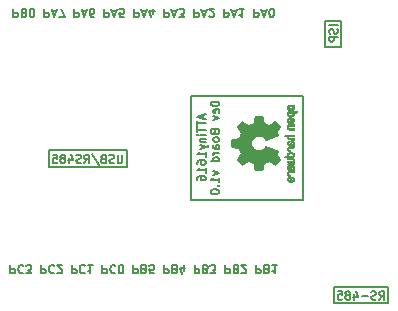
<source format=gbr>
%TF.GenerationSoftware,KiCad,Pcbnew,(6.0.9)*%
%TF.CreationDate,2023-05-25T17:56:42+02:00*%
%TF.ProjectId,tiny1616_dev_board,74696e79-3136-4313-965f-6465765f626f,rev?*%
%TF.SameCoordinates,Original*%
%TF.FileFunction,Legend,Bot*%
%TF.FilePolarity,Positive*%
%FSLAX46Y46*%
G04 Gerber Fmt 4.6, Leading zero omitted, Abs format (unit mm)*
G04 Created by KiCad (PCBNEW (6.0.9)) date 2023-05-25 17:56:42*
%MOMM*%
%LPD*%
G01*
G04 APERTURE LIST*
%ADD10C,0.150000*%
%ADD11C,0.010000*%
G04 APERTURE END LIST*
D10*
X124866400Y-41097200D02*
X126238000Y-41097200D01*
X126238000Y-41097200D02*
X126238000Y-43281600D01*
X126238000Y-43281600D02*
X124866400Y-43281600D01*
X124866400Y-43281600D02*
X124866400Y-41097200D01*
X125577600Y-63652400D02*
X130149600Y-63652400D01*
X130149600Y-63652400D02*
X130149600Y-64973200D01*
X130149600Y-64973200D02*
X125577600Y-64973200D01*
X125577600Y-64973200D02*
X125577600Y-63652400D01*
X113461800Y-47447200D02*
X122961400Y-47447200D01*
X122961400Y-47447200D02*
X122961400Y-56235600D01*
X122961400Y-56235600D02*
X113461800Y-56235600D01*
X113461800Y-56235600D02*
X113461800Y-47447200D01*
X101498400Y-52070000D02*
X108051600Y-52070000D01*
X108051600Y-52070000D02*
X108051600Y-53492400D01*
X108051600Y-53492400D02*
X101498400Y-53492400D01*
X101498400Y-53492400D02*
X101498400Y-52070000D01*
X107682933Y-52448666D02*
X107682933Y-53015333D01*
X107649600Y-53082000D01*
X107616266Y-53115333D01*
X107549600Y-53148666D01*
X107416266Y-53148666D01*
X107349600Y-53115333D01*
X107316266Y-53082000D01*
X107282933Y-53015333D01*
X107282933Y-52448666D01*
X106982933Y-53115333D02*
X106882933Y-53148666D01*
X106716266Y-53148666D01*
X106649600Y-53115333D01*
X106616266Y-53082000D01*
X106582933Y-53015333D01*
X106582933Y-52948666D01*
X106616266Y-52882000D01*
X106649600Y-52848666D01*
X106716266Y-52815333D01*
X106849600Y-52782000D01*
X106916266Y-52748666D01*
X106949600Y-52715333D01*
X106982933Y-52648666D01*
X106982933Y-52582000D01*
X106949600Y-52515333D01*
X106916266Y-52482000D01*
X106849600Y-52448666D01*
X106682933Y-52448666D01*
X106582933Y-52482000D01*
X106049600Y-52782000D02*
X105949600Y-52815333D01*
X105916266Y-52848666D01*
X105882933Y-52915333D01*
X105882933Y-53015333D01*
X105916266Y-53082000D01*
X105949600Y-53115333D01*
X106016266Y-53148666D01*
X106282933Y-53148666D01*
X106282933Y-52448666D01*
X106049600Y-52448666D01*
X105982933Y-52482000D01*
X105949600Y-52515333D01*
X105916266Y-52582000D01*
X105916266Y-52648666D01*
X105949600Y-52715333D01*
X105982933Y-52748666D01*
X106049600Y-52782000D01*
X106282933Y-52782000D01*
X105082933Y-52415333D02*
X105682933Y-53315333D01*
X104449600Y-53148666D02*
X104682933Y-52815333D01*
X104849600Y-53148666D02*
X104849600Y-52448666D01*
X104582933Y-52448666D01*
X104516266Y-52482000D01*
X104482933Y-52515333D01*
X104449600Y-52582000D01*
X104449600Y-52682000D01*
X104482933Y-52748666D01*
X104516266Y-52782000D01*
X104582933Y-52815333D01*
X104849600Y-52815333D01*
X104182933Y-53115333D02*
X104082933Y-53148666D01*
X103916266Y-53148666D01*
X103849600Y-53115333D01*
X103816266Y-53082000D01*
X103782933Y-53015333D01*
X103782933Y-52948666D01*
X103816266Y-52882000D01*
X103849600Y-52848666D01*
X103916266Y-52815333D01*
X104049600Y-52782000D01*
X104116266Y-52748666D01*
X104149600Y-52715333D01*
X104182933Y-52648666D01*
X104182933Y-52582000D01*
X104149600Y-52515333D01*
X104116266Y-52482000D01*
X104049600Y-52448666D01*
X103882933Y-52448666D01*
X103782933Y-52482000D01*
X103182933Y-52682000D02*
X103182933Y-53148666D01*
X103349600Y-52415333D02*
X103516266Y-52915333D01*
X103082933Y-52915333D01*
X102716266Y-52748666D02*
X102782933Y-52715333D01*
X102816266Y-52682000D01*
X102849600Y-52615333D01*
X102849600Y-52582000D01*
X102816266Y-52515333D01*
X102782933Y-52482000D01*
X102716266Y-52448666D01*
X102582933Y-52448666D01*
X102516266Y-52482000D01*
X102482933Y-52515333D01*
X102449600Y-52582000D01*
X102449600Y-52615333D01*
X102482933Y-52682000D01*
X102516266Y-52715333D01*
X102582933Y-52748666D01*
X102716266Y-52748666D01*
X102782933Y-52782000D01*
X102816266Y-52815333D01*
X102849600Y-52882000D01*
X102849600Y-53015333D01*
X102816266Y-53082000D01*
X102782933Y-53115333D01*
X102716266Y-53148666D01*
X102582933Y-53148666D01*
X102516266Y-53115333D01*
X102482933Y-53082000D01*
X102449600Y-53015333D01*
X102449600Y-52882000D01*
X102482933Y-52815333D01*
X102516266Y-52782000D01*
X102582933Y-52748666D01*
X101816266Y-52448666D02*
X102149600Y-52448666D01*
X102182933Y-52782000D01*
X102149600Y-52748666D01*
X102082933Y-52715333D01*
X101916266Y-52715333D01*
X101849600Y-52748666D01*
X101816266Y-52782000D01*
X101782933Y-52848666D01*
X101782933Y-53015333D01*
X101816266Y-53082000D01*
X101849600Y-53115333D01*
X101916266Y-53148666D01*
X102082933Y-53148666D01*
X102149600Y-53115333D01*
X102182933Y-53082000D01*
X125919666Y-41480666D02*
X125219666Y-41480666D01*
X125886333Y-41780666D02*
X125919666Y-41880666D01*
X125919666Y-42047333D01*
X125886333Y-42114000D01*
X125853000Y-42147333D01*
X125786333Y-42180666D01*
X125719666Y-42180666D01*
X125653000Y-42147333D01*
X125619666Y-42114000D01*
X125586333Y-42047333D01*
X125553000Y-41914000D01*
X125519666Y-41847333D01*
X125486333Y-41814000D01*
X125419666Y-41780666D01*
X125353000Y-41780666D01*
X125286333Y-41814000D01*
X125253000Y-41847333D01*
X125219666Y-41914000D01*
X125219666Y-42080666D01*
X125253000Y-42180666D01*
X125919666Y-42480666D02*
X125219666Y-42480666D01*
X125219666Y-42747333D01*
X125253000Y-42814000D01*
X125286333Y-42847333D01*
X125353000Y-42880666D01*
X125453000Y-42880666D01*
X125519666Y-42847333D01*
X125553000Y-42814000D01*
X125586333Y-42747333D01*
X125586333Y-42480666D01*
X98207333Y-61786333D02*
X98207333Y-62486333D01*
X98474000Y-62486333D01*
X98540666Y-62453000D01*
X98574000Y-62419666D01*
X98607333Y-62353000D01*
X98607333Y-62253000D01*
X98574000Y-62186333D01*
X98540666Y-62153000D01*
X98474000Y-62119666D01*
X98207333Y-62119666D01*
X99307333Y-61853000D02*
X99274000Y-61819666D01*
X99174000Y-61786333D01*
X99107333Y-61786333D01*
X99007333Y-61819666D01*
X98940666Y-61886333D01*
X98907333Y-61953000D01*
X98874000Y-62086333D01*
X98874000Y-62186333D01*
X98907333Y-62319666D01*
X98940666Y-62386333D01*
X99007333Y-62453000D01*
X99107333Y-62486333D01*
X99174000Y-62486333D01*
X99274000Y-62453000D01*
X99307333Y-62419666D01*
X99540666Y-62486333D02*
X99974000Y-62486333D01*
X99740666Y-62219666D01*
X99840666Y-62219666D01*
X99907333Y-62186333D01*
X99940666Y-62153000D01*
X99974000Y-62086333D01*
X99974000Y-61919666D01*
X99940666Y-61853000D01*
X99907333Y-61819666D01*
X99840666Y-61786333D01*
X99640666Y-61786333D01*
X99574000Y-61819666D01*
X99540666Y-61853000D01*
X100807333Y-61786333D02*
X100807333Y-62486333D01*
X101074000Y-62486333D01*
X101140666Y-62453000D01*
X101174000Y-62419666D01*
X101207333Y-62353000D01*
X101207333Y-62253000D01*
X101174000Y-62186333D01*
X101140666Y-62153000D01*
X101074000Y-62119666D01*
X100807333Y-62119666D01*
X101907333Y-61853000D02*
X101874000Y-61819666D01*
X101774000Y-61786333D01*
X101707333Y-61786333D01*
X101607333Y-61819666D01*
X101540666Y-61886333D01*
X101507333Y-61953000D01*
X101474000Y-62086333D01*
X101474000Y-62186333D01*
X101507333Y-62319666D01*
X101540666Y-62386333D01*
X101607333Y-62453000D01*
X101707333Y-62486333D01*
X101774000Y-62486333D01*
X101874000Y-62453000D01*
X101907333Y-62419666D01*
X102174000Y-62419666D02*
X102207333Y-62453000D01*
X102274000Y-62486333D01*
X102440666Y-62486333D01*
X102507333Y-62453000D01*
X102540666Y-62419666D01*
X102574000Y-62353000D01*
X102574000Y-62286333D01*
X102540666Y-62186333D01*
X102140666Y-61786333D01*
X102574000Y-61786333D01*
X103407333Y-61786333D02*
X103407333Y-62486333D01*
X103674000Y-62486333D01*
X103740666Y-62453000D01*
X103774000Y-62419666D01*
X103807333Y-62353000D01*
X103807333Y-62253000D01*
X103774000Y-62186333D01*
X103740666Y-62153000D01*
X103674000Y-62119666D01*
X103407333Y-62119666D01*
X104507333Y-61853000D02*
X104474000Y-61819666D01*
X104374000Y-61786333D01*
X104307333Y-61786333D01*
X104207333Y-61819666D01*
X104140666Y-61886333D01*
X104107333Y-61953000D01*
X104074000Y-62086333D01*
X104074000Y-62186333D01*
X104107333Y-62319666D01*
X104140666Y-62386333D01*
X104207333Y-62453000D01*
X104307333Y-62486333D01*
X104374000Y-62486333D01*
X104474000Y-62453000D01*
X104507333Y-62419666D01*
X105174000Y-61786333D02*
X104774000Y-61786333D01*
X104974000Y-61786333D02*
X104974000Y-62486333D01*
X104907333Y-62386333D01*
X104840666Y-62319666D01*
X104774000Y-62286333D01*
X106007333Y-61786333D02*
X106007333Y-62486333D01*
X106274000Y-62486333D01*
X106340666Y-62453000D01*
X106374000Y-62419666D01*
X106407333Y-62353000D01*
X106407333Y-62253000D01*
X106374000Y-62186333D01*
X106340666Y-62153000D01*
X106274000Y-62119666D01*
X106007333Y-62119666D01*
X107107333Y-61853000D02*
X107074000Y-61819666D01*
X106974000Y-61786333D01*
X106907333Y-61786333D01*
X106807333Y-61819666D01*
X106740666Y-61886333D01*
X106707333Y-61953000D01*
X106674000Y-62086333D01*
X106674000Y-62186333D01*
X106707333Y-62319666D01*
X106740666Y-62386333D01*
X106807333Y-62453000D01*
X106907333Y-62486333D01*
X106974000Y-62486333D01*
X107074000Y-62453000D01*
X107107333Y-62419666D01*
X107540666Y-62486333D02*
X107607333Y-62486333D01*
X107674000Y-62453000D01*
X107707333Y-62419666D01*
X107740666Y-62353000D01*
X107774000Y-62219666D01*
X107774000Y-62053000D01*
X107740666Y-61919666D01*
X107707333Y-61853000D01*
X107674000Y-61819666D01*
X107607333Y-61786333D01*
X107540666Y-61786333D01*
X107474000Y-61819666D01*
X107440666Y-61853000D01*
X107407333Y-61919666D01*
X107374000Y-62053000D01*
X107374000Y-62219666D01*
X107407333Y-62353000D01*
X107440666Y-62419666D01*
X107474000Y-62453000D01*
X107540666Y-62486333D01*
X108607333Y-61786333D02*
X108607333Y-62486333D01*
X108874000Y-62486333D01*
X108940666Y-62453000D01*
X108974000Y-62419666D01*
X109007333Y-62353000D01*
X109007333Y-62253000D01*
X108974000Y-62186333D01*
X108940666Y-62153000D01*
X108874000Y-62119666D01*
X108607333Y-62119666D01*
X109540666Y-62153000D02*
X109640666Y-62119666D01*
X109674000Y-62086333D01*
X109707333Y-62019666D01*
X109707333Y-61919666D01*
X109674000Y-61853000D01*
X109640666Y-61819666D01*
X109574000Y-61786333D01*
X109307333Y-61786333D01*
X109307333Y-62486333D01*
X109540666Y-62486333D01*
X109607333Y-62453000D01*
X109640666Y-62419666D01*
X109674000Y-62353000D01*
X109674000Y-62286333D01*
X109640666Y-62219666D01*
X109607333Y-62186333D01*
X109540666Y-62153000D01*
X109307333Y-62153000D01*
X110340666Y-62486333D02*
X110007333Y-62486333D01*
X109974000Y-62153000D01*
X110007333Y-62186333D01*
X110074000Y-62219666D01*
X110240666Y-62219666D01*
X110307333Y-62186333D01*
X110340666Y-62153000D01*
X110374000Y-62086333D01*
X110374000Y-61919666D01*
X110340666Y-61853000D01*
X110307333Y-61819666D01*
X110240666Y-61786333D01*
X110074000Y-61786333D01*
X110007333Y-61819666D01*
X109974000Y-61853000D01*
X111207333Y-61786333D02*
X111207333Y-62486333D01*
X111474000Y-62486333D01*
X111540666Y-62453000D01*
X111574000Y-62419666D01*
X111607333Y-62353000D01*
X111607333Y-62253000D01*
X111574000Y-62186333D01*
X111540666Y-62153000D01*
X111474000Y-62119666D01*
X111207333Y-62119666D01*
X112140666Y-62153000D02*
X112240666Y-62119666D01*
X112274000Y-62086333D01*
X112307333Y-62019666D01*
X112307333Y-61919666D01*
X112274000Y-61853000D01*
X112240666Y-61819666D01*
X112174000Y-61786333D01*
X111907333Y-61786333D01*
X111907333Y-62486333D01*
X112140666Y-62486333D01*
X112207333Y-62453000D01*
X112240666Y-62419666D01*
X112274000Y-62353000D01*
X112274000Y-62286333D01*
X112240666Y-62219666D01*
X112207333Y-62186333D01*
X112140666Y-62153000D01*
X111907333Y-62153000D01*
X112907333Y-62253000D02*
X112907333Y-61786333D01*
X112740666Y-62519666D02*
X112574000Y-62019666D01*
X113007333Y-62019666D01*
X113807333Y-61786333D02*
X113807333Y-62486333D01*
X114074000Y-62486333D01*
X114140666Y-62453000D01*
X114174000Y-62419666D01*
X114207333Y-62353000D01*
X114207333Y-62253000D01*
X114174000Y-62186333D01*
X114140666Y-62153000D01*
X114074000Y-62119666D01*
X113807333Y-62119666D01*
X114740666Y-62153000D02*
X114840666Y-62119666D01*
X114874000Y-62086333D01*
X114907333Y-62019666D01*
X114907333Y-61919666D01*
X114874000Y-61853000D01*
X114840666Y-61819666D01*
X114774000Y-61786333D01*
X114507333Y-61786333D01*
X114507333Y-62486333D01*
X114740666Y-62486333D01*
X114807333Y-62453000D01*
X114840666Y-62419666D01*
X114874000Y-62353000D01*
X114874000Y-62286333D01*
X114840666Y-62219666D01*
X114807333Y-62186333D01*
X114740666Y-62153000D01*
X114507333Y-62153000D01*
X115140666Y-62486333D02*
X115574000Y-62486333D01*
X115340666Y-62219666D01*
X115440666Y-62219666D01*
X115507333Y-62186333D01*
X115540666Y-62153000D01*
X115574000Y-62086333D01*
X115574000Y-61919666D01*
X115540666Y-61853000D01*
X115507333Y-61819666D01*
X115440666Y-61786333D01*
X115240666Y-61786333D01*
X115174000Y-61819666D01*
X115140666Y-61853000D01*
X116407333Y-61786333D02*
X116407333Y-62486333D01*
X116674000Y-62486333D01*
X116740666Y-62453000D01*
X116774000Y-62419666D01*
X116807333Y-62353000D01*
X116807333Y-62253000D01*
X116774000Y-62186333D01*
X116740666Y-62153000D01*
X116674000Y-62119666D01*
X116407333Y-62119666D01*
X117340666Y-62153000D02*
X117440666Y-62119666D01*
X117474000Y-62086333D01*
X117507333Y-62019666D01*
X117507333Y-61919666D01*
X117474000Y-61853000D01*
X117440666Y-61819666D01*
X117374000Y-61786333D01*
X117107333Y-61786333D01*
X117107333Y-62486333D01*
X117340666Y-62486333D01*
X117407333Y-62453000D01*
X117440666Y-62419666D01*
X117474000Y-62353000D01*
X117474000Y-62286333D01*
X117440666Y-62219666D01*
X117407333Y-62186333D01*
X117340666Y-62153000D01*
X117107333Y-62153000D01*
X117774000Y-62419666D02*
X117807333Y-62453000D01*
X117874000Y-62486333D01*
X118040666Y-62486333D01*
X118107333Y-62453000D01*
X118140666Y-62419666D01*
X118174000Y-62353000D01*
X118174000Y-62286333D01*
X118140666Y-62186333D01*
X117740666Y-61786333D01*
X118174000Y-61786333D01*
X119007333Y-61786333D02*
X119007333Y-62486333D01*
X119274000Y-62486333D01*
X119340666Y-62453000D01*
X119374000Y-62419666D01*
X119407333Y-62353000D01*
X119407333Y-62253000D01*
X119374000Y-62186333D01*
X119340666Y-62153000D01*
X119274000Y-62119666D01*
X119007333Y-62119666D01*
X119940666Y-62153000D02*
X120040666Y-62119666D01*
X120074000Y-62086333D01*
X120107333Y-62019666D01*
X120107333Y-61919666D01*
X120074000Y-61853000D01*
X120040666Y-61819666D01*
X119974000Y-61786333D01*
X119707333Y-61786333D01*
X119707333Y-62486333D01*
X119940666Y-62486333D01*
X120007333Y-62453000D01*
X120040666Y-62419666D01*
X120074000Y-62353000D01*
X120074000Y-62286333D01*
X120040666Y-62219666D01*
X120007333Y-62186333D01*
X119940666Y-62153000D01*
X119707333Y-62153000D01*
X120774000Y-61786333D02*
X120374000Y-61786333D01*
X120574000Y-61786333D02*
X120574000Y-62486333D01*
X120507333Y-62386333D01*
X120440666Y-62319666D01*
X120374000Y-62286333D01*
X114538966Y-49058066D02*
X114538966Y-49391400D01*
X114738966Y-48991400D02*
X114038966Y-49224733D01*
X114738966Y-49458066D01*
X114038966Y-49591400D02*
X114038966Y-49991400D01*
X114738966Y-49791400D02*
X114038966Y-49791400D01*
X114038966Y-50124733D02*
X114038966Y-50524733D01*
X114738966Y-50324733D02*
X114038966Y-50324733D01*
X114738966Y-50758066D02*
X114272300Y-50758066D01*
X114038966Y-50758066D02*
X114072300Y-50724733D01*
X114105633Y-50758066D01*
X114072300Y-50791400D01*
X114038966Y-50758066D01*
X114105633Y-50758066D01*
X114272300Y-51091400D02*
X114738966Y-51091400D01*
X114338966Y-51091400D02*
X114305633Y-51124733D01*
X114272300Y-51191400D01*
X114272300Y-51291400D01*
X114305633Y-51358066D01*
X114372300Y-51391400D01*
X114738966Y-51391400D01*
X114272300Y-51658066D02*
X114738966Y-51824733D01*
X114272300Y-51991400D02*
X114738966Y-51824733D01*
X114905633Y-51758066D01*
X114938966Y-51724733D01*
X114972300Y-51658066D01*
X114738966Y-52624733D02*
X114738966Y-52224733D01*
X114738966Y-52424733D02*
X114038966Y-52424733D01*
X114138966Y-52358066D01*
X114205633Y-52291400D01*
X114238966Y-52224733D01*
X114038966Y-53224733D02*
X114038966Y-53091400D01*
X114072300Y-53024733D01*
X114105633Y-52991400D01*
X114205633Y-52924733D01*
X114338966Y-52891400D01*
X114605633Y-52891400D01*
X114672300Y-52924733D01*
X114705633Y-52958066D01*
X114738966Y-53024733D01*
X114738966Y-53158066D01*
X114705633Y-53224733D01*
X114672300Y-53258066D01*
X114605633Y-53291400D01*
X114438966Y-53291400D01*
X114372300Y-53258066D01*
X114338966Y-53224733D01*
X114305633Y-53158066D01*
X114305633Y-53024733D01*
X114338966Y-52958066D01*
X114372300Y-52924733D01*
X114438966Y-52891400D01*
X114738966Y-53958066D02*
X114738966Y-53558066D01*
X114738966Y-53758066D02*
X114038966Y-53758066D01*
X114138966Y-53691400D01*
X114205633Y-53624733D01*
X114238966Y-53558066D01*
X114038966Y-54558066D02*
X114038966Y-54424733D01*
X114072300Y-54358066D01*
X114105633Y-54324733D01*
X114205633Y-54258066D01*
X114338966Y-54224733D01*
X114605633Y-54224733D01*
X114672300Y-54258066D01*
X114705633Y-54291400D01*
X114738966Y-54358066D01*
X114738966Y-54491400D01*
X114705633Y-54558066D01*
X114672300Y-54591400D01*
X114605633Y-54624733D01*
X114438966Y-54624733D01*
X114372300Y-54591400D01*
X114338966Y-54558066D01*
X114305633Y-54491400D01*
X114305633Y-54358066D01*
X114338966Y-54291400D01*
X114372300Y-54258066D01*
X114438966Y-54224733D01*
X115865966Y-47941400D02*
X115165966Y-47941400D01*
X115165966Y-48108066D01*
X115199300Y-48208066D01*
X115265966Y-48274733D01*
X115332633Y-48308066D01*
X115465966Y-48341400D01*
X115565966Y-48341400D01*
X115699300Y-48308066D01*
X115765966Y-48274733D01*
X115832633Y-48208066D01*
X115865966Y-48108066D01*
X115865966Y-47941400D01*
X115832633Y-48908066D02*
X115865966Y-48841400D01*
X115865966Y-48708066D01*
X115832633Y-48641400D01*
X115765966Y-48608066D01*
X115499300Y-48608066D01*
X115432633Y-48641400D01*
X115399300Y-48708066D01*
X115399300Y-48841400D01*
X115432633Y-48908066D01*
X115499300Y-48941400D01*
X115565966Y-48941400D01*
X115632633Y-48608066D01*
X115399300Y-49174733D02*
X115865966Y-49341400D01*
X115399300Y-49508066D01*
X115499300Y-50541400D02*
X115532633Y-50641400D01*
X115565966Y-50674733D01*
X115632633Y-50708066D01*
X115732633Y-50708066D01*
X115799300Y-50674733D01*
X115832633Y-50641400D01*
X115865966Y-50574733D01*
X115865966Y-50308066D01*
X115165966Y-50308066D01*
X115165966Y-50541400D01*
X115199300Y-50608066D01*
X115232633Y-50641400D01*
X115299300Y-50674733D01*
X115365966Y-50674733D01*
X115432633Y-50641400D01*
X115465966Y-50608066D01*
X115499300Y-50541400D01*
X115499300Y-50308066D01*
X115865966Y-51108066D02*
X115832633Y-51041400D01*
X115799300Y-51008066D01*
X115732633Y-50974733D01*
X115532633Y-50974733D01*
X115465966Y-51008066D01*
X115432633Y-51041400D01*
X115399300Y-51108066D01*
X115399300Y-51208066D01*
X115432633Y-51274733D01*
X115465966Y-51308066D01*
X115532633Y-51341400D01*
X115732633Y-51341400D01*
X115799300Y-51308066D01*
X115832633Y-51274733D01*
X115865966Y-51208066D01*
X115865966Y-51108066D01*
X115865966Y-51941400D02*
X115499300Y-51941400D01*
X115432633Y-51908066D01*
X115399300Y-51841400D01*
X115399300Y-51708066D01*
X115432633Y-51641400D01*
X115832633Y-51941400D02*
X115865966Y-51874733D01*
X115865966Y-51708066D01*
X115832633Y-51641400D01*
X115765966Y-51608066D01*
X115699300Y-51608066D01*
X115632633Y-51641400D01*
X115599300Y-51708066D01*
X115599300Y-51874733D01*
X115565966Y-51941400D01*
X115865966Y-52274733D02*
X115399300Y-52274733D01*
X115532633Y-52274733D02*
X115465966Y-52308066D01*
X115432633Y-52341400D01*
X115399300Y-52408066D01*
X115399300Y-52474733D01*
X115865966Y-53008066D02*
X115165966Y-53008066D01*
X115832633Y-53008066D02*
X115865966Y-52941400D01*
X115865966Y-52808066D01*
X115832633Y-52741400D01*
X115799300Y-52708066D01*
X115732633Y-52674733D01*
X115532633Y-52674733D01*
X115465966Y-52708066D01*
X115432633Y-52741400D01*
X115399300Y-52808066D01*
X115399300Y-52941400D01*
X115432633Y-53008066D01*
X115399300Y-53808066D02*
X115865966Y-53974733D01*
X115399300Y-54141400D01*
X115865966Y-54774733D02*
X115865966Y-54374733D01*
X115865966Y-54574733D02*
X115165966Y-54574733D01*
X115265966Y-54508066D01*
X115332633Y-54441400D01*
X115365966Y-54374733D01*
X115799300Y-55074733D02*
X115832633Y-55108066D01*
X115865966Y-55074733D01*
X115832633Y-55041400D01*
X115799300Y-55074733D01*
X115865966Y-55074733D01*
X115165966Y-55541400D02*
X115165966Y-55608066D01*
X115199300Y-55674733D01*
X115232633Y-55708066D01*
X115299300Y-55741400D01*
X115432633Y-55774733D01*
X115599300Y-55774733D01*
X115732633Y-55741400D01*
X115799300Y-55708066D01*
X115832633Y-55674733D01*
X115865966Y-55608066D01*
X115865966Y-55541400D01*
X115832633Y-55474733D01*
X115799300Y-55441400D01*
X115732633Y-55408066D01*
X115599300Y-55374733D01*
X115432633Y-55374733D01*
X115299300Y-55408066D01*
X115232633Y-55441400D01*
X115199300Y-55474733D01*
X115165966Y-55541400D01*
X98452095Y-40064809D02*
X98452095Y-40774809D01*
X98722571Y-40774809D01*
X98790190Y-40741000D01*
X98824000Y-40707190D01*
X98857809Y-40639571D01*
X98857809Y-40538142D01*
X98824000Y-40470523D01*
X98790190Y-40436714D01*
X98722571Y-40402904D01*
X98452095Y-40402904D01*
X99398761Y-40436714D02*
X99500190Y-40402904D01*
X99534000Y-40369095D01*
X99567809Y-40301476D01*
X99567809Y-40200047D01*
X99534000Y-40132428D01*
X99500190Y-40098619D01*
X99432571Y-40064809D01*
X99162095Y-40064809D01*
X99162095Y-40774809D01*
X99398761Y-40774809D01*
X99466380Y-40741000D01*
X99500190Y-40707190D01*
X99534000Y-40639571D01*
X99534000Y-40571952D01*
X99500190Y-40504333D01*
X99466380Y-40470523D01*
X99398761Y-40436714D01*
X99162095Y-40436714D01*
X100007333Y-40774809D02*
X100074952Y-40774809D01*
X100142571Y-40741000D01*
X100176380Y-40707190D01*
X100210190Y-40639571D01*
X100244000Y-40504333D01*
X100244000Y-40335285D01*
X100210190Y-40200047D01*
X100176380Y-40132428D01*
X100142571Y-40098619D01*
X100074952Y-40064809D01*
X100007333Y-40064809D01*
X99939714Y-40098619D01*
X99905904Y-40132428D01*
X99872095Y-40200047D01*
X99838285Y-40335285D01*
X99838285Y-40504333D01*
X99872095Y-40639571D01*
X99905904Y-40707190D01*
X99939714Y-40741000D01*
X100007333Y-40774809D01*
X101089238Y-40064809D02*
X101089238Y-40774809D01*
X101359714Y-40774809D01*
X101427333Y-40741000D01*
X101461142Y-40707190D01*
X101494952Y-40639571D01*
X101494952Y-40538142D01*
X101461142Y-40470523D01*
X101427333Y-40436714D01*
X101359714Y-40402904D01*
X101089238Y-40402904D01*
X101765428Y-40267666D02*
X102103523Y-40267666D01*
X101697809Y-40064809D02*
X101934476Y-40774809D01*
X102171142Y-40064809D01*
X102340190Y-40774809D02*
X102813523Y-40774809D01*
X102509238Y-40064809D01*
X103624952Y-40064809D02*
X103624952Y-40774809D01*
X103895428Y-40774809D01*
X103963047Y-40741000D01*
X103996857Y-40707190D01*
X104030666Y-40639571D01*
X104030666Y-40538142D01*
X103996857Y-40470523D01*
X103963047Y-40436714D01*
X103895428Y-40402904D01*
X103624952Y-40402904D01*
X104301142Y-40267666D02*
X104639238Y-40267666D01*
X104233523Y-40064809D02*
X104470190Y-40774809D01*
X104706857Y-40064809D01*
X105247809Y-40774809D02*
X105112571Y-40774809D01*
X105044952Y-40741000D01*
X105011142Y-40707190D01*
X104943523Y-40605761D01*
X104909714Y-40470523D01*
X104909714Y-40200047D01*
X104943523Y-40132428D01*
X104977333Y-40098619D01*
X105044952Y-40064809D01*
X105180190Y-40064809D01*
X105247809Y-40098619D01*
X105281619Y-40132428D01*
X105315428Y-40200047D01*
X105315428Y-40369095D01*
X105281619Y-40436714D01*
X105247809Y-40470523D01*
X105180190Y-40504333D01*
X105044952Y-40504333D01*
X104977333Y-40470523D01*
X104943523Y-40436714D01*
X104909714Y-40369095D01*
X106160666Y-40064809D02*
X106160666Y-40774809D01*
X106431142Y-40774809D01*
X106498761Y-40741000D01*
X106532571Y-40707190D01*
X106566380Y-40639571D01*
X106566380Y-40538142D01*
X106532571Y-40470523D01*
X106498761Y-40436714D01*
X106431142Y-40402904D01*
X106160666Y-40402904D01*
X106836857Y-40267666D02*
X107174952Y-40267666D01*
X106769238Y-40064809D02*
X107005904Y-40774809D01*
X107242571Y-40064809D01*
X107817333Y-40774809D02*
X107479238Y-40774809D01*
X107445428Y-40436714D01*
X107479238Y-40470523D01*
X107546857Y-40504333D01*
X107715904Y-40504333D01*
X107783523Y-40470523D01*
X107817333Y-40436714D01*
X107851142Y-40369095D01*
X107851142Y-40200047D01*
X107817333Y-40132428D01*
X107783523Y-40098619D01*
X107715904Y-40064809D01*
X107546857Y-40064809D01*
X107479238Y-40098619D01*
X107445428Y-40132428D01*
X108696380Y-40064809D02*
X108696380Y-40774809D01*
X108966857Y-40774809D01*
X109034476Y-40741000D01*
X109068285Y-40707190D01*
X109102095Y-40639571D01*
X109102095Y-40538142D01*
X109068285Y-40470523D01*
X109034476Y-40436714D01*
X108966857Y-40402904D01*
X108696380Y-40402904D01*
X109372571Y-40267666D02*
X109710666Y-40267666D01*
X109304952Y-40064809D02*
X109541619Y-40774809D01*
X109778285Y-40064809D01*
X110319238Y-40538142D02*
X110319238Y-40064809D01*
X110150190Y-40808619D02*
X109981142Y-40301476D01*
X110420666Y-40301476D01*
X111232095Y-40064809D02*
X111232095Y-40774809D01*
X111502571Y-40774809D01*
X111570190Y-40741000D01*
X111604000Y-40707190D01*
X111637809Y-40639571D01*
X111637809Y-40538142D01*
X111604000Y-40470523D01*
X111570190Y-40436714D01*
X111502571Y-40402904D01*
X111232095Y-40402904D01*
X111908285Y-40267666D02*
X112246380Y-40267666D01*
X111840666Y-40064809D02*
X112077333Y-40774809D01*
X112314000Y-40064809D01*
X112483047Y-40774809D02*
X112922571Y-40774809D01*
X112685904Y-40504333D01*
X112787333Y-40504333D01*
X112854952Y-40470523D01*
X112888761Y-40436714D01*
X112922571Y-40369095D01*
X112922571Y-40200047D01*
X112888761Y-40132428D01*
X112854952Y-40098619D01*
X112787333Y-40064809D01*
X112584476Y-40064809D01*
X112516857Y-40098619D01*
X112483047Y-40132428D01*
X113767809Y-40064809D02*
X113767809Y-40774809D01*
X114038285Y-40774809D01*
X114105904Y-40741000D01*
X114139714Y-40707190D01*
X114173523Y-40639571D01*
X114173523Y-40538142D01*
X114139714Y-40470523D01*
X114105904Y-40436714D01*
X114038285Y-40402904D01*
X113767809Y-40402904D01*
X114444000Y-40267666D02*
X114782095Y-40267666D01*
X114376380Y-40064809D02*
X114613047Y-40774809D01*
X114849714Y-40064809D01*
X115052571Y-40707190D02*
X115086380Y-40741000D01*
X115154000Y-40774809D01*
X115323047Y-40774809D01*
X115390666Y-40741000D01*
X115424476Y-40707190D01*
X115458285Y-40639571D01*
X115458285Y-40571952D01*
X115424476Y-40470523D01*
X115018761Y-40064809D01*
X115458285Y-40064809D01*
X116303523Y-40064809D02*
X116303523Y-40774809D01*
X116574000Y-40774809D01*
X116641619Y-40741000D01*
X116675428Y-40707190D01*
X116709238Y-40639571D01*
X116709238Y-40538142D01*
X116675428Y-40470523D01*
X116641619Y-40436714D01*
X116574000Y-40402904D01*
X116303523Y-40402904D01*
X116979714Y-40267666D02*
X117317809Y-40267666D01*
X116912095Y-40064809D02*
X117148761Y-40774809D01*
X117385428Y-40064809D01*
X117994000Y-40064809D02*
X117588285Y-40064809D01*
X117791142Y-40064809D02*
X117791142Y-40774809D01*
X117723523Y-40673380D01*
X117655904Y-40605761D01*
X117588285Y-40571952D01*
X118839238Y-40064809D02*
X118839238Y-40774809D01*
X119109714Y-40774809D01*
X119177333Y-40741000D01*
X119211142Y-40707190D01*
X119244952Y-40639571D01*
X119244952Y-40538142D01*
X119211142Y-40470523D01*
X119177333Y-40436714D01*
X119109714Y-40402904D01*
X118839238Y-40402904D01*
X119515428Y-40267666D02*
X119853523Y-40267666D01*
X119447809Y-40064809D02*
X119684476Y-40774809D01*
X119921142Y-40064809D01*
X120293047Y-40774809D02*
X120360666Y-40774809D01*
X120428285Y-40741000D01*
X120462095Y-40707190D01*
X120495904Y-40639571D01*
X120529714Y-40504333D01*
X120529714Y-40335285D01*
X120495904Y-40200047D01*
X120462095Y-40132428D01*
X120428285Y-40098619D01*
X120360666Y-40064809D01*
X120293047Y-40064809D01*
X120225428Y-40098619D01*
X120191619Y-40132428D01*
X120157809Y-40200047D01*
X120124000Y-40335285D01*
X120124000Y-40504333D01*
X120157809Y-40639571D01*
X120191619Y-40707190D01*
X120225428Y-40741000D01*
X120293047Y-40774809D01*
X129439000Y-64705666D02*
X129672333Y-64372333D01*
X129839000Y-64705666D02*
X129839000Y-64005666D01*
X129572333Y-64005666D01*
X129505666Y-64039000D01*
X129472333Y-64072333D01*
X129439000Y-64139000D01*
X129439000Y-64239000D01*
X129472333Y-64305666D01*
X129505666Y-64339000D01*
X129572333Y-64372333D01*
X129839000Y-64372333D01*
X129172333Y-64672333D02*
X129072333Y-64705666D01*
X128905666Y-64705666D01*
X128839000Y-64672333D01*
X128805666Y-64639000D01*
X128772333Y-64572333D01*
X128772333Y-64505666D01*
X128805666Y-64439000D01*
X128839000Y-64405666D01*
X128905666Y-64372333D01*
X129039000Y-64339000D01*
X129105666Y-64305666D01*
X129139000Y-64272333D01*
X129172333Y-64205666D01*
X129172333Y-64139000D01*
X129139000Y-64072333D01*
X129105666Y-64039000D01*
X129039000Y-64005666D01*
X128872333Y-64005666D01*
X128772333Y-64039000D01*
X128472333Y-64439000D02*
X127939000Y-64439000D01*
X127305666Y-64239000D02*
X127305666Y-64705666D01*
X127472333Y-63972333D02*
X127639000Y-64472333D01*
X127205666Y-64472333D01*
X126839000Y-64305666D02*
X126905666Y-64272333D01*
X126939000Y-64239000D01*
X126972333Y-64172333D01*
X126972333Y-64139000D01*
X126939000Y-64072333D01*
X126905666Y-64039000D01*
X126839000Y-64005666D01*
X126705666Y-64005666D01*
X126639000Y-64039000D01*
X126605666Y-64072333D01*
X126572333Y-64139000D01*
X126572333Y-64172333D01*
X126605666Y-64239000D01*
X126639000Y-64272333D01*
X126705666Y-64305666D01*
X126839000Y-64305666D01*
X126905666Y-64339000D01*
X126939000Y-64372333D01*
X126972333Y-64439000D01*
X126972333Y-64572333D01*
X126939000Y-64639000D01*
X126905666Y-64672333D01*
X126839000Y-64705666D01*
X126705666Y-64705666D01*
X126639000Y-64672333D01*
X126605666Y-64639000D01*
X126572333Y-64572333D01*
X126572333Y-64439000D01*
X126605666Y-64372333D01*
X126639000Y-64339000D01*
X126705666Y-64305666D01*
X125939000Y-64005666D02*
X126272333Y-64005666D01*
X126305666Y-64339000D01*
X126272333Y-64305666D01*
X126205666Y-64272333D01*
X126039000Y-64272333D01*
X125972333Y-64305666D01*
X125939000Y-64339000D01*
X125905666Y-64405666D01*
X125905666Y-64572333D01*
X125939000Y-64639000D01*
X125972333Y-64672333D01*
X126039000Y-64705666D01*
X126205666Y-64705666D01*
X126272333Y-64672333D01*
X126305666Y-64639000D01*
%TO.C,REF\u002A\u002A*%
G36*
X121976105Y-54320093D02*
G01*
X122052321Y-54323638D01*
X122108094Y-54332917D01*
X122149413Y-54350025D01*
X122182267Y-54377056D01*
X122212646Y-54416108D01*
X122226460Y-54440955D01*
X122235765Y-54480785D01*
X122235030Y-54536735D01*
X122232083Y-54568015D01*
X122223083Y-54605747D01*
X122203520Y-54635906D01*
X122167067Y-54670992D01*
X122161743Y-54675680D01*
X122120769Y-54707223D01*
X122085083Y-54722272D01*
X122042766Y-54726114D01*
X121980579Y-54726114D01*
X121996982Y-54682658D01*
X122016156Y-54650976D01*
X122061147Y-54623438D01*
X122075552Y-54617689D01*
X122116346Y-54585545D01*
X122136881Y-54541789D01*
X122135035Y-54494146D01*
X122108686Y-54450343D01*
X122092255Y-54435289D01*
X122067467Y-54421637D01*
X122044944Y-54425907D01*
X122021764Y-54450484D01*
X121995002Y-54497749D01*
X121961734Y-54570086D01*
X121896616Y-54718857D01*
X121832108Y-54722805D01*
X121783864Y-54721062D01*
X121722896Y-54699119D01*
X121689297Y-54671421D01*
X121651766Y-54613995D01*
X121632806Y-54545873D01*
X121632935Y-54539810D01*
X121731164Y-54539810D01*
X121753909Y-54592256D01*
X121765281Y-54606791D01*
X121791020Y-54624390D01*
X121816457Y-54617032D01*
X121843614Y-54583552D01*
X121874514Y-54522786D01*
X121878990Y-54512731D01*
X121899817Y-54464649D01*
X121914465Y-54428674D01*
X121920000Y-54411956D01*
X121915926Y-54409423D01*
X121891047Y-54408407D01*
X121851057Y-54412031D01*
X121811952Y-54421158D01*
X121762684Y-54449627D01*
X121734922Y-54490722D01*
X121731164Y-54539810D01*
X121632935Y-54539810D01*
X121634307Y-54475453D01*
X121658155Y-54411133D01*
X121667313Y-54396974D01*
X121695649Y-54364496D01*
X121731495Y-54342284D01*
X121780184Y-54328596D01*
X121847049Y-54321685D01*
X121891047Y-54320772D01*
X121937422Y-54319810D01*
X121976105Y-54320093D01*
G37*
D11*
X121976105Y-54320093D02*
X122052321Y-54323638D01*
X122108094Y-54332917D01*
X122149413Y-54350025D01*
X122182267Y-54377056D01*
X122212646Y-54416108D01*
X122226460Y-54440955D01*
X122235765Y-54480785D01*
X122235030Y-54536735D01*
X122232083Y-54568015D01*
X122223083Y-54605747D01*
X122203520Y-54635906D01*
X122167067Y-54670992D01*
X122161743Y-54675680D01*
X122120769Y-54707223D01*
X122085083Y-54722272D01*
X122042766Y-54726114D01*
X121980579Y-54726114D01*
X121996982Y-54682658D01*
X122016156Y-54650976D01*
X122061147Y-54623438D01*
X122075552Y-54617689D01*
X122116346Y-54585545D01*
X122136881Y-54541789D01*
X122135035Y-54494146D01*
X122108686Y-54450343D01*
X122092255Y-54435289D01*
X122067467Y-54421637D01*
X122044944Y-54425907D01*
X122021764Y-54450484D01*
X121995002Y-54497749D01*
X121961734Y-54570086D01*
X121896616Y-54718857D01*
X121832108Y-54722805D01*
X121783864Y-54721062D01*
X121722896Y-54699119D01*
X121689297Y-54671421D01*
X121651766Y-54613995D01*
X121632806Y-54545873D01*
X121632935Y-54539810D01*
X121731164Y-54539810D01*
X121753909Y-54592256D01*
X121765281Y-54606791D01*
X121791020Y-54624390D01*
X121816457Y-54617032D01*
X121843614Y-54583552D01*
X121874514Y-54522786D01*
X121878990Y-54512731D01*
X121899817Y-54464649D01*
X121914465Y-54428674D01*
X121920000Y-54411956D01*
X121915926Y-54409423D01*
X121891047Y-54408407D01*
X121851057Y-54412031D01*
X121811952Y-54421158D01*
X121762684Y-54449627D01*
X121734922Y-54490722D01*
X121731164Y-54539810D01*
X121632935Y-54539810D01*
X121634307Y-54475453D01*
X121658155Y-54411133D01*
X121667313Y-54396974D01*
X121695649Y-54364496D01*
X121731495Y-54342284D01*
X121780184Y-54328596D01*
X121847049Y-54321685D01*
X121891047Y-54320772D01*
X121937422Y-54319810D01*
X121976105Y-54320093D01*
G36*
X121935735Y-48194699D02*
G01*
X122005919Y-48195486D01*
X122054822Y-48198190D01*
X122088978Y-48203794D01*
X122114924Y-48213281D01*
X122139197Y-48227632D01*
X122144233Y-48231163D01*
X122183943Y-48268522D01*
X122213892Y-48311089D01*
X122223610Y-48332948D01*
X122239820Y-48411492D01*
X122229335Y-48489169D01*
X122193507Y-48560755D01*
X122133687Y-48621026D01*
X122125673Y-48626114D01*
X122079142Y-48642670D01*
X122014352Y-48653827D01*
X121939527Y-48659240D01*
X121862896Y-48658567D01*
X121792682Y-48651463D01*
X121737112Y-48637585D01*
X121700101Y-48619751D01*
X121642533Y-48569545D01*
X121606762Y-48501515D01*
X121595226Y-48423392D01*
X121731314Y-48423392D01*
X121732435Y-48436960D01*
X121752994Y-48474970D01*
X121799099Y-48500088D01*
X121870313Y-48512152D01*
X121966199Y-48510998D01*
X121972369Y-48510534D01*
X122025278Y-48503771D01*
X122058829Y-48491729D01*
X122081816Y-48471395D01*
X122103348Y-48437303D01*
X122104480Y-48403586D01*
X122079657Y-48368857D01*
X122073125Y-48362816D01*
X122053579Y-48350983D01*
X122025186Y-48343996D01*
X121981230Y-48340673D01*
X121914992Y-48339829D01*
X121852950Y-48341275D01*
X121793842Y-48348493D01*
X121756486Y-48363394D01*
X121736952Y-48387764D01*
X121731314Y-48423392D01*
X121595226Y-48423392D01*
X121594465Y-48418242D01*
X121595131Y-48396002D01*
X121608747Y-48330509D01*
X121643049Y-48276713D01*
X121702138Y-48227343D01*
X121706522Y-48224405D01*
X121730099Y-48211113D01*
X121756749Y-48202468D01*
X121792959Y-48197496D01*
X121845213Y-48195226D01*
X121914992Y-48194722D01*
X121920000Y-48194686D01*
X121935735Y-48194699D01*
G37*
X121935735Y-48194699D02*
X122005919Y-48195486D01*
X122054822Y-48198190D01*
X122088978Y-48203794D01*
X122114924Y-48213281D01*
X122139197Y-48227632D01*
X122144233Y-48231163D01*
X122183943Y-48268522D01*
X122213892Y-48311089D01*
X122223610Y-48332948D01*
X122239820Y-48411492D01*
X122229335Y-48489169D01*
X122193507Y-48560755D01*
X122133687Y-48621026D01*
X122125673Y-48626114D01*
X122079142Y-48642670D01*
X122014352Y-48653827D01*
X121939527Y-48659240D01*
X121862896Y-48658567D01*
X121792682Y-48651463D01*
X121737112Y-48637585D01*
X121700101Y-48619751D01*
X121642533Y-48569545D01*
X121606762Y-48501515D01*
X121595226Y-48423392D01*
X121731314Y-48423392D01*
X121732435Y-48436960D01*
X121752994Y-48474970D01*
X121799099Y-48500088D01*
X121870313Y-48512152D01*
X121966199Y-48510998D01*
X121972369Y-48510534D01*
X122025278Y-48503771D01*
X122058829Y-48491729D01*
X122081816Y-48471395D01*
X122103348Y-48437303D01*
X122104480Y-48403586D01*
X122079657Y-48368857D01*
X122073125Y-48362816D01*
X122053579Y-48350983D01*
X122025186Y-48343996D01*
X121981230Y-48340673D01*
X121914992Y-48339829D01*
X121852950Y-48341275D01*
X121793842Y-48348493D01*
X121756486Y-48363394D01*
X121736952Y-48387764D01*
X121731314Y-48423392D01*
X121595226Y-48423392D01*
X121594465Y-48418242D01*
X121595131Y-48396002D01*
X121608747Y-48330509D01*
X121643049Y-48276713D01*
X121702138Y-48227343D01*
X121706522Y-48224405D01*
X121730099Y-48211113D01*
X121756749Y-48202468D01*
X121792959Y-48197496D01*
X121845213Y-48195226D01*
X121914992Y-48194722D01*
X121920000Y-48194686D01*
X121935735Y-48194699D01*
G36*
X121954298Y-50734881D02*
G01*
X122046941Y-50735402D01*
X122125500Y-50736201D01*
X122186239Y-50737228D01*
X122225423Y-50738437D01*
X122239314Y-50739777D01*
X122239268Y-50740301D01*
X122234220Y-50758113D01*
X122223380Y-50790577D01*
X122207446Y-50836286D01*
X122002973Y-50836286D01*
X121922632Y-50836576D01*
X121864362Y-50837926D01*
X121824709Y-50841031D01*
X121798418Y-50846588D01*
X121780236Y-50855293D01*
X121764907Y-50867844D01*
X121756755Y-50876401D01*
X121734175Y-50922672D01*
X121736175Y-50973672D01*
X121762873Y-51020407D01*
X121769498Y-51027211D01*
X121783256Y-51038107D01*
X121801442Y-51045564D01*
X121828977Y-51050231D01*
X121870781Y-51052758D01*
X121931773Y-51053798D01*
X122016873Y-51054000D01*
X122060034Y-51054097D01*
X122131024Y-51054726D01*
X122187876Y-51055844D01*
X122225628Y-51057337D01*
X122239314Y-51059091D01*
X122239268Y-51059615D01*
X122234220Y-51077427D01*
X122223380Y-51109891D01*
X122207446Y-51155600D01*
X122002037Y-51155577D01*
X121983751Y-51155543D01*
X121888426Y-51153622D01*
X121816343Y-51147722D01*
X121762613Y-51136399D01*
X121722349Y-51118213D01*
X121690661Y-51091721D01*
X121662661Y-51055482D01*
X121645133Y-51020137D01*
X121631585Y-50963627D01*
X121630815Y-50908044D01*
X121643995Y-50865314D01*
X121645815Y-50862102D01*
X121645620Y-50852195D01*
X121630372Y-50845425D01*
X121595413Y-50840539D01*
X121536089Y-50836286D01*
X121414347Y-50829029D01*
X121434244Y-50781857D01*
X121454142Y-50734686D01*
X121851309Y-50734686D01*
X121954298Y-50734881D01*
G37*
X121954298Y-50734881D02*
X122046941Y-50735402D01*
X122125500Y-50736201D01*
X122186239Y-50737228D01*
X122225423Y-50738437D01*
X122239314Y-50739777D01*
X122239268Y-50740301D01*
X122234220Y-50758113D01*
X122223380Y-50790577D01*
X122207446Y-50836286D01*
X122002973Y-50836286D01*
X121922632Y-50836576D01*
X121864362Y-50837926D01*
X121824709Y-50841031D01*
X121798418Y-50846588D01*
X121780236Y-50855293D01*
X121764907Y-50867844D01*
X121756755Y-50876401D01*
X121734175Y-50922672D01*
X121736175Y-50973672D01*
X121762873Y-51020407D01*
X121769498Y-51027211D01*
X121783256Y-51038107D01*
X121801442Y-51045564D01*
X121828977Y-51050231D01*
X121870781Y-51052758D01*
X121931773Y-51053798D01*
X122016873Y-51054000D01*
X122060034Y-51054097D01*
X122131024Y-51054726D01*
X122187876Y-51055844D01*
X122225628Y-51057337D01*
X122239314Y-51059091D01*
X122239268Y-51059615D01*
X122234220Y-51077427D01*
X122223380Y-51109891D01*
X122207446Y-51155600D01*
X122002037Y-51155577D01*
X121983751Y-51155543D01*
X121888426Y-51153622D01*
X121816343Y-51147722D01*
X121762613Y-51136399D01*
X121722349Y-51118213D01*
X121690661Y-51091721D01*
X121662661Y-51055482D01*
X121645133Y-51020137D01*
X121631585Y-50963627D01*
X121630815Y-50908044D01*
X121643995Y-50865314D01*
X121645815Y-50862102D01*
X121645620Y-50852195D01*
X121630372Y-50845425D01*
X121595413Y-50840539D01*
X121536089Y-50836286D01*
X121414347Y-50829029D01*
X121434244Y-50781857D01*
X121454142Y-50734686D01*
X121851309Y-50734686D01*
X121954298Y-50734881D01*
G36*
X122097800Y-48749148D02*
G01*
X122130139Y-48748749D01*
X122238255Y-48747471D01*
X122320986Y-48747215D01*
X122381226Y-48748766D01*
X122421873Y-48752910D01*
X122445823Y-48760436D01*
X122455971Y-48772129D01*
X122455214Y-48788776D01*
X122446448Y-48811164D01*
X122432569Y-48840079D01*
X122429608Y-48846258D01*
X122415111Y-48871987D01*
X122397865Y-48885424D01*
X122369108Y-48890566D01*
X122320083Y-48891410D01*
X122232057Y-48891448D01*
X122232057Y-48982124D01*
X122229615Y-49037902D01*
X122219708Y-49081760D01*
X122199686Y-49118182D01*
X122197729Y-49120897D01*
X122164669Y-49157854D01*
X122124731Y-49183574D01*
X122072457Y-49199794D01*
X122002388Y-49208252D01*
X121909067Y-49210686D01*
X121840969Y-49210147D01*
X121789387Y-49207693D01*
X121753616Y-49202242D01*
X121726815Y-49192714D01*
X121702138Y-49178029D01*
X121683280Y-49164548D01*
X121632368Y-49115601D01*
X121604718Y-49060144D01*
X121595965Y-48990472D01*
X121596576Y-48984891D01*
X121731314Y-48984891D01*
X121732894Y-49002050D01*
X121748566Y-49031740D01*
X121783491Y-49051369D01*
X121840701Y-49062212D01*
X121923230Y-49065543D01*
X121936497Y-49065518D01*
X121996384Y-49064139D01*
X122035532Y-49059713D01*
X122060953Y-49050939D01*
X122079657Y-49036514D01*
X122080550Y-49035616D01*
X122104752Y-49000163D01*
X122102367Y-48965804D01*
X122073060Y-48926997D01*
X122063044Y-48917505D01*
X122042508Y-48903524D01*
X122015797Y-48895640D01*
X121975299Y-48892155D01*
X121913403Y-48891371D01*
X121875930Y-48892050D01*
X121807780Y-48899417D01*
X121763130Y-48916232D01*
X121738726Y-48944166D01*
X121731314Y-48984891D01*
X121596576Y-48984891D01*
X121604690Y-48910736D01*
X121635985Y-48841805D01*
X121691181Y-48787287D01*
X121697024Y-48783177D01*
X121712553Y-48773592D01*
X121730298Y-48766249D01*
X121754090Y-48760788D01*
X121787758Y-48756850D01*
X121835133Y-48754077D01*
X121900045Y-48752108D01*
X121913403Y-48751872D01*
X121986324Y-48750585D01*
X122097800Y-48749148D01*
G37*
X122097800Y-48749148D02*
X122130139Y-48748749D01*
X122238255Y-48747471D01*
X122320986Y-48747215D01*
X122381226Y-48748766D01*
X122421873Y-48752910D01*
X122445823Y-48760436D01*
X122455971Y-48772129D01*
X122455214Y-48788776D01*
X122446448Y-48811164D01*
X122432569Y-48840079D01*
X122429608Y-48846258D01*
X122415111Y-48871987D01*
X122397865Y-48885424D01*
X122369108Y-48890566D01*
X122320083Y-48891410D01*
X122232057Y-48891448D01*
X122232057Y-48982124D01*
X122229615Y-49037902D01*
X122219708Y-49081760D01*
X122199686Y-49118182D01*
X122197729Y-49120897D01*
X122164669Y-49157854D01*
X122124731Y-49183574D01*
X122072457Y-49199794D01*
X122002388Y-49208252D01*
X121909067Y-49210686D01*
X121840969Y-49210147D01*
X121789387Y-49207693D01*
X121753616Y-49202242D01*
X121726815Y-49192714D01*
X121702138Y-49178029D01*
X121683280Y-49164548D01*
X121632368Y-49115601D01*
X121604718Y-49060144D01*
X121595965Y-48990472D01*
X121596576Y-48984891D01*
X121731314Y-48984891D01*
X121732894Y-49002050D01*
X121748566Y-49031740D01*
X121783491Y-49051369D01*
X121840701Y-49062212D01*
X121923230Y-49065543D01*
X121936497Y-49065518D01*
X121996384Y-49064139D01*
X122035532Y-49059713D01*
X122060953Y-49050939D01*
X122079657Y-49036514D01*
X122080550Y-49035616D01*
X122104752Y-49000163D01*
X122102367Y-48965804D01*
X122073060Y-48926997D01*
X122063044Y-48917505D01*
X122042508Y-48903524D01*
X122015797Y-48895640D01*
X121975299Y-48892155D01*
X121913403Y-48891371D01*
X121875930Y-48892050D01*
X121807780Y-48899417D01*
X121763130Y-48916232D01*
X121738726Y-48944166D01*
X121731314Y-48984891D01*
X121596576Y-48984891D01*
X121604690Y-48910736D01*
X121635985Y-48841805D01*
X121691181Y-48787287D01*
X121697024Y-48783177D01*
X121712553Y-48773592D01*
X121730298Y-48766249D01*
X121754090Y-48760788D01*
X121787758Y-48756850D01*
X121835133Y-48754077D01*
X121900045Y-48752108D01*
X121913403Y-48751872D01*
X121986324Y-48750585D01*
X122097800Y-48749148D01*
G36*
X122104783Y-53333656D02*
G01*
X122160645Y-53357976D01*
X122206155Y-53403832D01*
X122225527Y-53440962D01*
X122239092Y-53512689D01*
X122237262Y-53552548D01*
X122227368Y-53589447D01*
X122206606Y-53603603D01*
X122172413Y-53598309D01*
X122167892Y-53596769D01*
X122143916Y-53584558D01*
X122134842Y-53564226D01*
X122135449Y-53525492D01*
X122136274Y-53498143D01*
X122129192Y-53466143D01*
X122108019Y-53444218D01*
X122081952Y-53431730D01*
X122054645Y-53430338D01*
X122054485Y-53430402D01*
X122039730Y-53446593D01*
X122018257Y-53481245D01*
X121994258Y-53526079D01*
X121971925Y-53572818D01*
X121955452Y-53613183D01*
X121949029Y-53638896D01*
X121955318Y-53642721D01*
X121984915Y-53647536D01*
X122033247Y-53650834D01*
X122094172Y-53652057D01*
X122136342Y-53652342D01*
X122189453Y-53653682D01*
X122225825Y-53655872D01*
X122239314Y-53658631D01*
X122234781Y-53673056D01*
X122222470Y-53702174D01*
X122205626Y-53739143D01*
X121989521Y-53739143D01*
X121934127Y-53738907D01*
X121850007Y-53736671D01*
X121787600Y-53730977D01*
X121742158Y-53720497D01*
X121708933Y-53703903D01*
X121683178Y-53679869D01*
X121660144Y-53647067D01*
X121641135Y-53605276D01*
X121629714Y-53528113D01*
X121631020Y-53492905D01*
X121638921Y-53461801D01*
X121658617Y-53432841D01*
X121695284Y-53395569D01*
X121721178Y-53371599D01*
X121754797Y-53346630D01*
X121786306Y-53335369D01*
X121826285Y-53332743D01*
X121891717Y-53332743D01*
X121868642Y-53377365D01*
X121840524Y-53412727D01*
X121802648Y-53436949D01*
X121792351Y-53441109D01*
X121752437Y-53472806D01*
X121732424Y-53516846D01*
X121734372Y-53564869D01*
X121760343Y-53608514D01*
X121781435Y-53626980D01*
X121808419Y-53637737D01*
X121832434Y-53626222D01*
X121856591Y-53590419D01*
X121883999Y-53528310D01*
X121887785Y-53518885D01*
X121912559Y-53462342D01*
X121936989Y-53413820D01*
X121956286Y-53382949D01*
X121990753Y-53352029D01*
X122045757Y-53331473D01*
X122104783Y-53333656D01*
G37*
X122104783Y-53333656D02*
X122160645Y-53357976D01*
X122206155Y-53403832D01*
X122225527Y-53440962D01*
X122239092Y-53512689D01*
X122237262Y-53552548D01*
X122227368Y-53589447D01*
X122206606Y-53603603D01*
X122172413Y-53598309D01*
X122167892Y-53596769D01*
X122143916Y-53584558D01*
X122134842Y-53564226D01*
X122135449Y-53525492D01*
X122136274Y-53498143D01*
X122129192Y-53466143D01*
X122108019Y-53444218D01*
X122081952Y-53431730D01*
X122054645Y-53430338D01*
X122054485Y-53430402D01*
X122039730Y-53446593D01*
X122018257Y-53481245D01*
X121994258Y-53526079D01*
X121971925Y-53572818D01*
X121955452Y-53613183D01*
X121949029Y-53638896D01*
X121955318Y-53642721D01*
X121984915Y-53647536D01*
X122033247Y-53650834D01*
X122094172Y-53652057D01*
X122136342Y-53652342D01*
X122189453Y-53653682D01*
X122225825Y-53655872D01*
X122239314Y-53658631D01*
X122234781Y-53673056D01*
X122222470Y-53702174D01*
X122205626Y-53739143D01*
X121989521Y-53739143D01*
X121934127Y-53738907D01*
X121850007Y-53736671D01*
X121787600Y-53730977D01*
X121742158Y-53720497D01*
X121708933Y-53703903D01*
X121683178Y-53679869D01*
X121660144Y-53647067D01*
X121641135Y-53605276D01*
X121629714Y-53528113D01*
X121631020Y-53492905D01*
X121638921Y-53461801D01*
X121658617Y-53432841D01*
X121695284Y-53395569D01*
X121721178Y-53371599D01*
X121754797Y-53346630D01*
X121786306Y-53335369D01*
X121826285Y-53332743D01*
X121891717Y-53332743D01*
X121868642Y-53377365D01*
X121840524Y-53412727D01*
X121802648Y-53436949D01*
X121792351Y-53441109D01*
X121752437Y-53472806D01*
X121732424Y-53516846D01*
X121734372Y-53564869D01*
X121760343Y-53608514D01*
X121781435Y-53626980D01*
X121808419Y-53637737D01*
X121832434Y-53626222D01*
X121856591Y-53590419D01*
X121883999Y-53528310D01*
X121887785Y-53518885D01*
X121912559Y-53462342D01*
X121936989Y-53413820D01*
X121956286Y-53382949D01*
X121990753Y-53352029D01*
X122045757Y-53331473D01*
X122104783Y-53333656D01*
G36*
X121988878Y-49302716D02*
G01*
X122012187Y-49305322D01*
X122095152Y-49324740D01*
X122158248Y-49359827D01*
X122206608Y-49413188D01*
X122208604Y-49416204D01*
X122236985Y-49484038D01*
X122239511Y-49554865D01*
X122217897Y-49623111D01*
X122173862Y-49683204D01*
X122109122Y-49729571D01*
X122107561Y-49730350D01*
X122067358Y-49745757D01*
X122021666Y-49757043D01*
X121978772Y-49763030D01*
X121946960Y-49762539D01*
X121934514Y-49754393D01*
X121935271Y-49747156D01*
X121949035Y-49712549D01*
X121974346Y-49673322D01*
X122003645Y-49639952D01*
X122029372Y-49622917D01*
X122064271Y-49605208D01*
X122096012Y-49568915D01*
X122108686Y-49526770D01*
X122105021Y-49511323D01*
X122086574Y-49480831D01*
X122060966Y-49454272D01*
X122037734Y-49442914D01*
X122037648Y-49442918D01*
X122026979Y-49455804D01*
X122007733Y-49490159D01*
X121982613Y-49540807D01*
X121954324Y-49602571D01*
X121954174Y-49602911D01*
X121924298Y-49670012D01*
X121902773Y-49714989D01*
X121886237Y-49742255D01*
X121871331Y-49756222D01*
X121854693Y-49761303D01*
X121832962Y-49761910D01*
X121780886Y-49756567D01*
X121710135Y-49730149D01*
X121654535Y-49685927D01*
X121616039Y-49628703D01*
X121596597Y-49563280D01*
X121597710Y-49514246D01*
X121732750Y-49514246D01*
X121734645Y-49556323D01*
X121760432Y-49595395D01*
X121778251Y-49610753D01*
X121791813Y-49614400D01*
X121804749Y-49599609D01*
X121824133Y-49562756D01*
X121824681Y-49561675D01*
X121845387Y-49518195D01*
X121861905Y-49479298D01*
X121868893Y-49454622D01*
X121859553Y-49444724D01*
X121827548Y-49442914D01*
X121787715Y-49450434D01*
X121751517Y-49476503D01*
X121732750Y-49514246D01*
X121597710Y-49514246D01*
X121598159Y-49494463D01*
X121622678Y-49427053D01*
X121672102Y-49365856D01*
X121721012Y-49331950D01*
X121790827Y-49307594D01*
X121827548Y-49303633D01*
X121878855Y-49298101D01*
X121988878Y-49302716D01*
G37*
X121988878Y-49302716D02*
X122012187Y-49305322D01*
X122095152Y-49324740D01*
X122158248Y-49359827D01*
X122206608Y-49413188D01*
X122208604Y-49416204D01*
X122236985Y-49484038D01*
X122239511Y-49554865D01*
X122217897Y-49623111D01*
X122173862Y-49683204D01*
X122109122Y-49729571D01*
X122107561Y-49730350D01*
X122067358Y-49745757D01*
X122021666Y-49757043D01*
X121978772Y-49763030D01*
X121946960Y-49762539D01*
X121934514Y-49754393D01*
X121935271Y-49747156D01*
X121949035Y-49712549D01*
X121974346Y-49673322D01*
X122003645Y-49639952D01*
X122029372Y-49622917D01*
X122064271Y-49605208D01*
X122096012Y-49568915D01*
X122108686Y-49526770D01*
X122105021Y-49511323D01*
X122086574Y-49480831D01*
X122060966Y-49454272D01*
X122037734Y-49442914D01*
X122037648Y-49442918D01*
X122026979Y-49455804D01*
X122007733Y-49490159D01*
X121982613Y-49540807D01*
X121954324Y-49602571D01*
X121954174Y-49602911D01*
X121924298Y-49670012D01*
X121902773Y-49714989D01*
X121886237Y-49742255D01*
X121871331Y-49756222D01*
X121854693Y-49761303D01*
X121832962Y-49761910D01*
X121780886Y-49756567D01*
X121710135Y-49730149D01*
X121654535Y-49685927D01*
X121616039Y-49628703D01*
X121596597Y-49563280D01*
X121597710Y-49514246D01*
X121732750Y-49514246D01*
X121734645Y-49556323D01*
X121760432Y-49595395D01*
X121778251Y-49610753D01*
X121791813Y-49614400D01*
X121804749Y-49599609D01*
X121824133Y-49562756D01*
X121824681Y-49561675D01*
X121845387Y-49518195D01*
X121861905Y-49479298D01*
X121868893Y-49454622D01*
X121859553Y-49444724D01*
X121827548Y-49442914D01*
X121787715Y-49450434D01*
X121751517Y-49476503D01*
X121732750Y-49514246D01*
X121597710Y-49514246D01*
X121598159Y-49494463D01*
X121622678Y-49427053D01*
X121672102Y-49365856D01*
X121721012Y-49331950D01*
X121790827Y-49307594D01*
X121827548Y-49303633D01*
X121878855Y-49298101D01*
X121988878Y-49302716D01*
G36*
X122195927Y-52783588D02*
G01*
X122206227Y-52794080D01*
X122229120Y-52823145D01*
X122236535Y-52852457D01*
X122233121Y-52896074D01*
X122230914Y-52913832D01*
X122226245Y-52959633D01*
X122224385Y-52991657D01*
X122224669Y-53001156D01*
X122227748Y-53040126D01*
X122233121Y-53087240D01*
X122234968Y-53102315D01*
X122235693Y-53140290D01*
X122224229Y-53168075D01*
X122195927Y-53199726D01*
X122149996Y-53245657D01*
X121889855Y-53245657D01*
X121812980Y-53245299D01*
X121739686Y-53244184D01*
X121681650Y-53242448D01*
X121643463Y-53240233D01*
X121629714Y-53237679D01*
X121629751Y-53237144D01*
X121636593Y-53218592D01*
X121651668Y-53187247D01*
X121673622Y-53144792D01*
X121902040Y-53140796D01*
X122130457Y-53136800D01*
X122130457Y-53049714D01*
X121880086Y-53045743D01*
X121812027Y-53044484D01*
X121739282Y-53042682D01*
X121681530Y-53040729D01*
X121643448Y-53038788D01*
X121629714Y-53037023D01*
X121629762Y-53036515D01*
X121634815Y-53018918D01*
X121645649Y-52986566D01*
X121661583Y-52940857D01*
X121881506Y-52940635D01*
X121919709Y-52940412D01*
X121993946Y-52938869D01*
X122055945Y-52936108D01*
X122100108Y-52932423D01*
X122120841Y-52928108D01*
X122131931Y-52912668D01*
X122135356Y-52881159D01*
X122130457Y-52846514D01*
X121880086Y-52842543D01*
X121816463Y-52841122D01*
X121741156Y-52838175D01*
X121682086Y-52834321D01*
X121643518Y-52829858D01*
X121629714Y-52825083D01*
X121634082Y-52806459D01*
X121646558Y-52774626D01*
X121663402Y-52737657D01*
X122149996Y-52737657D01*
X122195927Y-52783588D01*
G37*
X122195927Y-52783588D02*
X122206227Y-52794080D01*
X122229120Y-52823145D01*
X122236535Y-52852457D01*
X122233121Y-52896074D01*
X122230914Y-52913832D01*
X122226245Y-52959633D01*
X122224385Y-52991657D01*
X122224669Y-53001156D01*
X122227748Y-53040126D01*
X122233121Y-53087240D01*
X122234968Y-53102315D01*
X122235693Y-53140290D01*
X122224229Y-53168075D01*
X122195927Y-53199726D01*
X122149996Y-53245657D01*
X121889855Y-53245657D01*
X121812980Y-53245299D01*
X121739686Y-53244184D01*
X121681650Y-53242448D01*
X121643463Y-53240233D01*
X121629714Y-53237679D01*
X121629751Y-53237144D01*
X121636593Y-53218592D01*
X121651668Y-53187247D01*
X121673622Y-53144792D01*
X121902040Y-53140796D01*
X122130457Y-53136800D01*
X122130457Y-53049714D01*
X121880086Y-53045743D01*
X121812027Y-53044484D01*
X121739282Y-53042682D01*
X121681530Y-53040729D01*
X121643448Y-53038788D01*
X121629714Y-53037023D01*
X121629762Y-53036515D01*
X121634815Y-53018918D01*
X121645649Y-52986566D01*
X121661583Y-52940857D01*
X121881506Y-52940635D01*
X121919709Y-52940412D01*
X121993946Y-52938869D01*
X122055945Y-52936108D01*
X122100108Y-52932423D01*
X122120841Y-52928108D01*
X122131931Y-52912668D01*
X122135356Y-52881159D01*
X122130457Y-52846514D01*
X121880086Y-52842543D01*
X121816463Y-52841122D01*
X121741156Y-52838175D01*
X121682086Y-52834321D01*
X121643518Y-52829858D01*
X121629714Y-52825083D01*
X121634082Y-52806459D01*
X121646558Y-52774626D01*
X121663402Y-52737657D01*
X122149996Y-52737657D01*
X122195927Y-52783588D01*
G36*
X121991113Y-52230863D02*
G01*
X122068262Y-52239055D01*
X122126076Y-52256881D01*
X122170222Y-52286425D01*
X122206368Y-52329775D01*
X122227263Y-52371068D01*
X122238890Y-52440413D01*
X122226177Y-52509664D01*
X122190745Y-52572255D01*
X122134218Y-52621621D01*
X122123795Y-52627582D01*
X122105533Y-52635455D01*
X122082229Y-52641294D01*
X122049885Y-52645401D01*
X122004504Y-52648075D01*
X121942087Y-52649619D01*
X121858637Y-52650333D01*
X121750158Y-52650517D01*
X121413401Y-52650571D01*
X121433162Y-52603400D01*
X121438570Y-52590928D01*
X121450785Y-52571076D01*
X121469282Y-52559713D01*
X121501629Y-52553467D01*
X121555393Y-52548971D01*
X121603666Y-52544865D01*
X121635357Y-52539437D01*
X121647183Y-52531661D01*
X121644012Y-52519943D01*
X121632867Y-52490082D01*
X121630104Y-52436716D01*
X121632637Y-52422624D01*
X121733643Y-52422624D01*
X121736998Y-52473360D01*
X121764907Y-52517413D01*
X121775973Y-52526896D01*
X121796809Y-52538461D01*
X121825906Y-52545148D01*
X121870181Y-52548227D01*
X121936548Y-52548971D01*
X121989377Y-52548628D01*
X122037162Y-52546458D01*
X122068009Y-52541093D01*
X122088735Y-52531183D01*
X122106156Y-52515379D01*
X122109505Y-52511676D01*
X122134219Y-52464101D01*
X122131690Y-52413765D01*
X122102088Y-52366883D01*
X122086753Y-52352923D01*
X122066422Y-52341240D01*
X122038314Y-52334714D01*
X121995350Y-52331876D01*
X121930447Y-52331257D01*
X121880922Y-52331563D01*
X121832582Y-52333678D01*
X121801387Y-52339010D01*
X121780447Y-52348940D01*
X121762873Y-52364850D01*
X121754959Y-52374196D01*
X121733643Y-52422624D01*
X121632637Y-52422624D01*
X121640425Y-52379307D01*
X121662661Y-52329775D01*
X121683243Y-52302524D01*
X121723400Y-52267535D01*
X121774886Y-52245126D01*
X121843368Y-52233210D01*
X121930447Y-52229858D01*
X121934514Y-52229702D01*
X121991113Y-52230863D01*
G37*
X121991113Y-52230863D02*
X122068262Y-52239055D01*
X122126076Y-52256881D01*
X122170222Y-52286425D01*
X122206368Y-52329775D01*
X122227263Y-52371068D01*
X122238890Y-52440413D01*
X122226177Y-52509664D01*
X122190745Y-52572255D01*
X122134218Y-52621621D01*
X122123795Y-52627582D01*
X122105533Y-52635455D01*
X122082229Y-52641294D01*
X122049885Y-52645401D01*
X122004504Y-52648075D01*
X121942087Y-52649619D01*
X121858637Y-52650333D01*
X121750158Y-52650517D01*
X121413401Y-52650571D01*
X121433162Y-52603400D01*
X121438570Y-52590928D01*
X121450785Y-52571076D01*
X121469282Y-52559713D01*
X121501629Y-52553467D01*
X121555393Y-52548971D01*
X121603666Y-52544865D01*
X121635357Y-52539437D01*
X121647183Y-52531661D01*
X121644012Y-52519943D01*
X121632867Y-52490082D01*
X121630104Y-52436716D01*
X121632637Y-52422624D01*
X121733643Y-52422624D01*
X121736998Y-52473360D01*
X121764907Y-52517413D01*
X121775973Y-52526896D01*
X121796809Y-52538461D01*
X121825906Y-52545148D01*
X121870181Y-52548227D01*
X121936548Y-52548971D01*
X121989377Y-52548628D01*
X122037162Y-52546458D01*
X122068009Y-52541093D01*
X122088735Y-52531183D01*
X122106156Y-52515379D01*
X122109505Y-52511676D01*
X122134219Y-52464101D01*
X122131690Y-52413765D01*
X122102088Y-52366883D01*
X122086753Y-52352923D01*
X122066422Y-52341240D01*
X122038314Y-52334714D01*
X121995350Y-52331876D01*
X121930447Y-52331257D01*
X121880922Y-52331563D01*
X121832582Y-52333678D01*
X121801387Y-52339010D01*
X121780447Y-52348940D01*
X121762873Y-52364850D01*
X121754959Y-52374196D01*
X121733643Y-52422624D01*
X121632637Y-52422624D01*
X121640425Y-52379307D01*
X121662661Y-52329775D01*
X121683243Y-52302524D01*
X121723400Y-52267535D01*
X121774886Y-52245126D01*
X121843368Y-52233210D01*
X121930447Y-52229858D01*
X121934514Y-52229702D01*
X121991113Y-52230863D01*
G36*
X122239291Y-49900175D02*
G01*
X122225956Y-49935132D01*
X122213123Y-49961303D01*
X122196580Y-49978387D01*
X122171265Y-49988314D01*
X122132116Y-49993014D01*
X122074068Y-49994418D01*
X121992061Y-49994457D01*
X121926695Y-49994656D01*
X121863973Y-49995841D01*
X121821134Y-49998671D01*
X121793020Y-50003791D01*
X121774475Y-50011847D01*
X121760343Y-50023486D01*
X121740400Y-50052097D01*
X121732883Y-50100161D01*
X121751879Y-50147712D01*
X121754311Y-50150850D01*
X121765548Y-50160631D01*
X121783570Y-50167847D01*
X121812826Y-50173101D01*
X121857762Y-50176998D01*
X121922828Y-50180144D01*
X122012470Y-50183143D01*
X122252497Y-50190400D01*
X122224844Y-50252086D01*
X122197191Y-50313771D01*
X121978046Y-50313771D01*
X121918511Y-50313516D01*
X121835692Y-50311314D01*
X121774027Y-50305739D01*
X121728548Y-50295459D01*
X121694284Y-50279142D01*
X121666266Y-50255457D01*
X121639523Y-50223072D01*
X121612580Y-50176493D01*
X121594991Y-50103113D01*
X121602622Y-50029380D01*
X121634480Y-49961590D01*
X121689570Y-49906034D01*
X121706816Y-49894519D01*
X121726362Y-49884968D01*
X121750998Y-49878194D01*
X121785511Y-49873581D01*
X121834689Y-49870512D01*
X121903319Y-49868371D01*
X121996189Y-49866541D01*
X122253807Y-49861996D01*
X122239291Y-49900175D01*
G37*
X122239291Y-49900175D02*
X122225956Y-49935132D01*
X122213123Y-49961303D01*
X122196580Y-49978387D01*
X122171265Y-49988314D01*
X122132116Y-49993014D01*
X122074068Y-49994418D01*
X121992061Y-49994457D01*
X121926695Y-49994656D01*
X121863973Y-49995841D01*
X121821134Y-49998671D01*
X121793020Y-50003791D01*
X121774475Y-50011847D01*
X121760343Y-50023486D01*
X121740400Y-50052097D01*
X121732883Y-50100161D01*
X121751879Y-50147712D01*
X121754311Y-50150850D01*
X121765548Y-50160631D01*
X121783570Y-50167847D01*
X121812826Y-50173101D01*
X121857762Y-50176998D01*
X121922828Y-50180144D01*
X122012470Y-50183143D01*
X122252497Y-50190400D01*
X122224844Y-50252086D01*
X122197191Y-50313771D01*
X121978046Y-50313771D01*
X121918511Y-50313516D01*
X121835692Y-50311314D01*
X121774027Y-50305739D01*
X121728548Y-50295459D01*
X121694284Y-50279142D01*
X121666266Y-50255457D01*
X121639523Y-50223072D01*
X121612580Y-50176493D01*
X121594991Y-50103113D01*
X121602622Y-50029380D01*
X121634480Y-49961590D01*
X121689570Y-49906034D01*
X121706816Y-49894519D01*
X121726362Y-49884968D01*
X121750998Y-49878194D01*
X121785511Y-49873581D01*
X121834689Y-49870512D01*
X121903319Y-49868371D01*
X121996189Y-49866541D01*
X122253807Y-49861996D01*
X122239291Y-49900175D01*
G36*
X122184734Y-51738406D02*
G01*
X122225748Y-51742236D01*
X122239314Y-51748511D01*
X122235252Y-51767502D01*
X122222944Y-51799762D01*
X122219345Y-51807359D01*
X122211198Y-51819224D01*
X122197804Y-51827406D01*
X122174408Y-51832757D01*
X122136255Y-51836131D01*
X122078590Y-51838381D01*
X121996657Y-51840360D01*
X121972707Y-51840902D01*
X121897066Y-51842997D01*
X121844128Y-51845717D01*
X121808875Y-51849885D01*
X121786287Y-51856321D01*
X121771344Y-51865850D01*
X121759027Y-51879294D01*
X121737434Y-51919095D01*
X121733276Y-51968059D01*
X121749799Y-52011871D01*
X121784010Y-52043392D01*
X121832914Y-52055486D01*
X121846207Y-52055822D01*
X121870272Y-52062428D01*
X121873944Y-52081930D01*
X121859613Y-52120117D01*
X121855017Y-52128962D01*
X121827986Y-52152866D01*
X121787794Y-52153339D01*
X121732209Y-52130564D01*
X121701917Y-52109673D01*
X121658884Y-52056258D01*
X121634555Y-51990326D01*
X121631243Y-51919826D01*
X121651267Y-51852709D01*
X121653803Y-51848127D01*
X121682857Y-51810696D01*
X121720210Y-51777230D01*
X121728652Y-51771393D01*
X121748353Y-51760235D01*
X121771735Y-51752264D01*
X121803867Y-51746782D01*
X121849819Y-51743093D01*
X121914659Y-51740501D01*
X122003457Y-51738308D01*
X122018469Y-51737998D01*
X122115799Y-51737000D01*
X122184734Y-51738406D01*
G37*
X122184734Y-51738406D02*
X122225748Y-51742236D01*
X122239314Y-51748511D01*
X122235252Y-51767502D01*
X122222944Y-51799762D01*
X122219345Y-51807359D01*
X122211198Y-51819224D01*
X122197804Y-51827406D01*
X122174408Y-51832757D01*
X122136255Y-51836131D01*
X122078590Y-51838381D01*
X121996657Y-51840360D01*
X121972707Y-51840902D01*
X121897066Y-51842997D01*
X121844128Y-51845717D01*
X121808875Y-51849885D01*
X121786287Y-51856321D01*
X121771344Y-51865850D01*
X121759027Y-51879294D01*
X121737434Y-51919095D01*
X121733276Y-51968059D01*
X121749799Y-52011871D01*
X121784010Y-52043392D01*
X121832914Y-52055486D01*
X121846207Y-52055822D01*
X121870272Y-52062428D01*
X121873944Y-52081930D01*
X121859613Y-52120117D01*
X121855017Y-52128962D01*
X121827986Y-52152866D01*
X121787794Y-52153339D01*
X121732209Y-52130564D01*
X121701917Y-52109673D01*
X121658884Y-52056258D01*
X121634555Y-51990326D01*
X121631243Y-51919826D01*
X121651267Y-51852709D01*
X121653803Y-51848127D01*
X121682857Y-51810696D01*
X121720210Y-51777230D01*
X121728652Y-51771393D01*
X121748353Y-51760235D01*
X121771735Y-51752264D01*
X121803867Y-51746782D01*
X121849819Y-51743093D01*
X121914659Y-51740501D01*
X122003457Y-51738308D01*
X122018469Y-51737998D01*
X122115799Y-51737000D01*
X122184734Y-51738406D01*
G36*
X122058827Y-53826398D02*
G01*
X122130515Y-53827247D01*
X122187725Y-53828689D01*
X122225609Y-53830586D01*
X122239314Y-53832803D01*
X122234781Y-53847228D01*
X122222470Y-53876346D01*
X122222072Y-53877219D01*
X122214156Y-53892340D01*
X122203295Y-53902509D01*
X122184271Y-53908709D01*
X122151869Y-53911922D01*
X122100871Y-53913130D01*
X122026061Y-53913314D01*
X121978604Y-53913686D01*
X121889415Y-53917650D01*
X121824087Y-53926727D01*
X121779193Y-53941876D01*
X121751307Y-53964055D01*
X121737003Y-53994225D01*
X121736006Y-53998410D01*
X121735227Y-54054920D01*
X121760544Y-54098990D01*
X121811302Y-54129428D01*
X121825975Y-54134856D01*
X121858449Y-54147229D01*
X121873372Y-54153495D01*
X121871316Y-54166364D01*
X121860157Y-54194467D01*
X121841727Y-54220679D01*
X121806898Y-54232629D01*
X121781951Y-54229064D01*
X121731347Y-54207165D01*
X121683928Y-54171756D01*
X121651134Y-54130348D01*
X121643552Y-54113000D01*
X121630876Y-54047311D01*
X121635897Y-53977571D01*
X121658155Y-53917647D01*
X121674880Y-53892727D01*
X121698843Y-53867490D01*
X121729326Y-53849488D01*
X121770823Y-53837542D01*
X121827832Y-53830470D01*
X121904847Y-53827092D01*
X122006365Y-53826229D01*
X122058827Y-53826398D01*
G37*
X122058827Y-53826398D02*
X122130515Y-53827247D01*
X122187725Y-53828689D01*
X122225609Y-53830586D01*
X122239314Y-53832803D01*
X122234781Y-53847228D01*
X122222470Y-53876346D01*
X122222072Y-53877219D01*
X122214156Y-53892340D01*
X122203295Y-53902509D01*
X122184271Y-53908709D01*
X122151869Y-53911922D01*
X122100871Y-53913130D01*
X122026061Y-53913314D01*
X121978604Y-53913686D01*
X121889415Y-53917650D01*
X121824087Y-53926727D01*
X121779193Y-53941876D01*
X121751307Y-53964055D01*
X121737003Y-53994225D01*
X121736006Y-53998410D01*
X121735227Y-54054920D01*
X121760544Y-54098990D01*
X121811302Y-54129428D01*
X121825975Y-54134856D01*
X121858449Y-54147229D01*
X121873372Y-54153495D01*
X121871316Y-54166364D01*
X121860157Y-54194467D01*
X121841727Y-54220679D01*
X121806898Y-54232629D01*
X121781951Y-54229064D01*
X121731347Y-54207165D01*
X121683928Y-54171756D01*
X121651134Y-54130348D01*
X121643552Y-54113000D01*
X121630876Y-54047311D01*
X121635897Y-53977571D01*
X121658155Y-53917647D01*
X121674880Y-53892727D01*
X121698843Y-53867490D01*
X121729326Y-53849488D01*
X121770823Y-53837542D01*
X121827832Y-53830470D01*
X121904847Y-53827092D01*
X122006365Y-53826229D01*
X122058827Y-53826398D01*
G36*
X121869928Y-51289401D02*
G01*
X121850108Y-51321708D01*
X121808960Y-51347169D01*
X121800475Y-51349784D01*
X121757251Y-51377922D01*
X121733903Y-51420333D01*
X121732900Y-51469030D01*
X121756714Y-51516027D01*
X121762856Y-51523043D01*
X121789545Y-51546507D01*
X121812814Y-51550381D01*
X121835662Y-51532632D01*
X121861087Y-51491221D01*
X121892088Y-51424114D01*
X121894052Y-51419576D01*
X121928790Y-51345078D01*
X121959563Y-51294197D01*
X121990288Y-51262875D01*
X122024882Y-51247057D01*
X122067262Y-51242686D01*
X122114246Y-51248414D01*
X122174385Y-51277338D01*
X122217588Y-51328222D01*
X122230559Y-51365026D01*
X122237656Y-51416966D01*
X122236140Y-51467401D01*
X122225432Y-51503417D01*
X122222766Y-51507242D01*
X122204137Y-51517402D01*
X122171305Y-51510352D01*
X122145535Y-51498103D01*
X122134806Y-51478461D01*
X122135339Y-51441209D01*
X122132262Y-51389492D01*
X122111012Y-51355699D01*
X122071677Y-51344286D01*
X122070547Y-51344296D01*
X122047713Y-51351213D01*
X122026763Y-51374741D01*
X122002615Y-51420486D01*
X121973541Y-51482696D01*
X121957725Y-51523901D01*
X121958744Y-51547688D01*
X121979637Y-51558803D01*
X122023441Y-51561992D01*
X122093193Y-51562000D01*
X122136252Y-51562356D01*
X122189426Y-51563987D01*
X122225822Y-51566639D01*
X122239314Y-51569978D01*
X122239223Y-51570870D01*
X122231910Y-51590163D01*
X122216478Y-51622116D01*
X122193642Y-51666276D01*
X121987878Y-51661029D01*
X121974232Y-51660664D01*
X121878451Y-51656496D01*
X121806262Y-51649132D01*
X121752858Y-51637070D01*
X121713433Y-51618807D01*
X121683180Y-51592840D01*
X121657293Y-51557667D01*
X121656887Y-51557016D01*
X121635768Y-51500144D01*
X121632200Y-51434367D01*
X121645369Y-51370917D01*
X121674461Y-51321024D01*
X121697127Y-51299075D01*
X121764882Y-51256896D01*
X121838750Y-51242686D01*
X121889570Y-51242686D01*
X121869928Y-51289401D01*
G37*
X121869928Y-51289401D02*
X121850108Y-51321708D01*
X121808960Y-51347169D01*
X121800475Y-51349784D01*
X121757251Y-51377922D01*
X121733903Y-51420333D01*
X121732900Y-51469030D01*
X121756714Y-51516027D01*
X121762856Y-51523043D01*
X121789545Y-51546507D01*
X121812814Y-51550381D01*
X121835662Y-51532632D01*
X121861087Y-51491221D01*
X121892088Y-51424114D01*
X121894052Y-51419576D01*
X121928790Y-51345078D01*
X121959563Y-51294197D01*
X121990288Y-51262875D01*
X122024882Y-51247057D01*
X122067262Y-51242686D01*
X122114246Y-51248414D01*
X122174385Y-51277338D01*
X122217588Y-51328222D01*
X122230559Y-51365026D01*
X122237656Y-51416966D01*
X122236140Y-51467401D01*
X122225432Y-51503417D01*
X122222766Y-51507242D01*
X122204137Y-51517402D01*
X122171305Y-51510352D01*
X122145535Y-51498103D01*
X122134806Y-51478461D01*
X122135339Y-51441209D01*
X122132262Y-51389492D01*
X122111012Y-51355699D01*
X122071677Y-51344286D01*
X122070547Y-51344296D01*
X122047713Y-51351213D01*
X122026763Y-51374741D01*
X122002615Y-51420486D01*
X121973541Y-51482696D01*
X121957725Y-51523901D01*
X121958744Y-51547688D01*
X121979637Y-51558803D01*
X122023441Y-51561992D01*
X122093193Y-51562000D01*
X122136252Y-51562356D01*
X122189426Y-51563987D01*
X122225822Y-51566639D01*
X122239314Y-51569978D01*
X122239223Y-51570870D01*
X122231910Y-51590163D01*
X122216478Y-51622116D01*
X122193642Y-51666276D01*
X121987878Y-51661029D01*
X121974232Y-51660664D01*
X121878451Y-51656496D01*
X121806262Y-51649132D01*
X121752858Y-51637070D01*
X121713433Y-51618807D01*
X121683180Y-51592840D01*
X121657293Y-51557667D01*
X121656887Y-51557016D01*
X121635768Y-51500144D01*
X121632200Y-51434367D01*
X121645369Y-51370917D01*
X121674461Y-51321024D01*
X121697127Y-51299075D01*
X121764882Y-51256896D01*
X121838750Y-51242686D01*
X121889570Y-51242686D01*
X121869928Y-51289401D01*
G36*
X119552639Y-49243343D02*
G01*
X119554442Y-49252560D01*
X119563780Y-49301509D01*
X119576469Y-49369195D01*
X119591073Y-49447922D01*
X119606155Y-49530000D01*
X119612222Y-49562322D01*
X119626981Y-49634545D01*
X119640937Y-49694734D01*
X119652752Y-49737360D01*
X119661087Y-49756890D01*
X119674705Y-49765740D01*
X119710738Y-49781852D01*
X119757372Y-49798335D01*
X119774834Y-49804137D01*
X119832158Y-49825494D01*
X119900001Y-49853041D01*
X119967155Y-49882293D01*
X120002230Y-49897937D01*
X120054622Y-49920226D01*
X120093858Y-49935543D01*
X120113363Y-49941238D01*
X120114836Y-49940922D01*
X120135529Y-49930119D01*
X120175465Y-49905762D01*
X120230772Y-49870319D01*
X120297581Y-49826264D01*
X120372020Y-49776068D01*
X120614423Y-49610899D01*
X120831783Y-49827897D01*
X120852699Y-49848884D01*
X120915305Y-49913058D01*
X120969295Y-49970410D01*
X121011626Y-50017580D01*
X121039257Y-50051208D01*
X121049143Y-50067933D01*
X121041621Y-50086097D01*
X121020027Y-50124135D01*
X120986951Y-50177674D01*
X120944991Y-50242516D01*
X120896743Y-50314460D01*
X120849091Y-50385125D01*
X120807128Y-50448874D01*
X120773965Y-50500887D01*
X120752178Y-50537121D01*
X120744343Y-50553533D01*
X120744414Y-50554495D01*
X120752138Y-50576297D01*
X120770123Y-50614960D01*
X120794813Y-50662788D01*
X120795084Y-50663290D01*
X120826899Y-50726813D01*
X120842442Y-50770340D01*
X120842485Y-50797348D01*
X120827800Y-50811310D01*
X120813344Y-50817220D01*
X120774631Y-50833171D01*
X120715116Y-50857740D01*
X120637965Y-50889621D01*
X120546341Y-50927507D01*
X120443407Y-50970090D01*
X120332326Y-51016063D01*
X120231272Y-51057733D01*
X120127580Y-51100132D01*
X120034919Y-51137644D01*
X119956442Y-51169012D01*
X119895300Y-51192975D01*
X119854643Y-51208277D01*
X119837625Y-51213657D01*
X119822019Y-51203382D01*
X119795962Y-51174837D01*
X119765687Y-51134429D01*
X119686484Y-51037421D01*
X119585275Y-50950607D01*
X119473916Y-50887078D01*
X119355693Y-50847223D01*
X119233895Y-50831435D01*
X119111810Y-50840104D01*
X118992725Y-50873622D01*
X118879929Y-50932379D01*
X118776711Y-51016768D01*
X118736513Y-51060769D01*
X118665438Y-51166189D01*
X118619101Y-51278990D01*
X118596399Y-51395875D01*
X118596228Y-51513547D01*
X118617487Y-51628710D01*
X118659070Y-51738065D01*
X118719876Y-51838317D01*
X118798801Y-51926167D01*
X118894741Y-51998320D01*
X119006595Y-52051478D01*
X119133257Y-52082343D01*
X119194307Y-52088008D01*
X119326576Y-52080215D01*
X119452066Y-52045116D01*
X119568559Y-51983751D01*
X119673839Y-51897157D01*
X119765687Y-51786371D01*
X119794730Y-51747469D01*
X119821072Y-51718296D01*
X119837600Y-51707143D01*
X119852009Y-51711590D01*
X119890615Y-51726022D01*
X119950001Y-51749227D01*
X120027015Y-51779948D01*
X120118503Y-51816926D01*
X120221316Y-51858904D01*
X120332302Y-51904622D01*
X120432872Y-51946222D01*
X120536747Y-51989178D01*
X120629619Y-52027571D01*
X120708325Y-52060095D01*
X120769699Y-52085442D01*
X120810579Y-52102305D01*
X120827800Y-52109375D01*
X120828004Y-52109457D01*
X120842545Y-52123602D01*
X120842379Y-52150741D01*
X120826727Y-52194377D01*
X120794813Y-52258012D01*
X120792126Y-52263021D01*
X120767950Y-52310275D01*
X120750837Y-52347589D01*
X120744343Y-52367267D01*
X120752018Y-52383395D01*
X120773671Y-52419441D01*
X120806728Y-52471308D01*
X120848610Y-52534955D01*
X120896743Y-52606340D01*
X120943931Y-52676676D01*
X120986067Y-52741730D01*
X121019378Y-52795580D01*
X121041269Y-52834026D01*
X121049143Y-52852866D01*
X121048143Y-52856075D01*
X121032384Y-52878446D01*
X120999833Y-52916667D01*
X120953533Y-52967379D01*
X120896526Y-53027219D01*
X120831858Y-53092829D01*
X120614572Y-53309752D01*
X120366053Y-53140799D01*
X120117533Y-52971847D01*
X120006395Y-53023217D01*
X120006066Y-53023369D01*
X119935218Y-53054217D01*
X119856323Y-53085739D01*
X119786400Y-53111134D01*
X119775122Y-53114977D01*
X119722767Y-53134353D01*
X119682083Y-53151826D01*
X119661087Y-53164012D01*
X119658122Y-53168974D01*
X119648175Y-53198766D01*
X119635305Y-53249353D01*
X119620853Y-53315206D01*
X119606155Y-53390800D01*
X119602010Y-53413443D01*
X119586916Y-53495362D01*
X119572699Y-53571800D01*
X119560795Y-53635063D01*
X119552639Y-53677457D01*
X119537599Y-53753657D01*
X119220292Y-53753657D01*
X119181276Y-53753640D01*
X119086092Y-53753318D01*
X119015055Y-53752367D01*
X118964534Y-53750504D01*
X118930898Y-53747445D01*
X118910518Y-53742906D01*
X118899762Y-53736605D01*
X118894999Y-53728257D01*
X118893070Y-53720176D01*
X118886245Y-53687228D01*
X118875822Y-53634664D01*
X118862818Y-53567831D01*
X118848249Y-53492072D01*
X118833133Y-53412735D01*
X118818485Y-53335163D01*
X118805323Y-53264702D01*
X118794663Y-53206698D01*
X118787521Y-53166496D01*
X118784914Y-53149441D01*
X118783341Y-53148288D01*
X118762919Y-53139015D01*
X118723845Y-53122968D01*
X118672429Y-53102765D01*
X118603153Y-53074728D01*
X118523090Y-53040214D01*
X118452528Y-53007862D01*
X118436689Y-53000448D01*
X118387093Y-52979645D01*
X118348838Y-52967181D01*
X118329156Y-52965537D01*
X118327762Y-52966385D01*
X118307220Y-52979852D01*
X118267316Y-53006550D01*
X118211940Y-53043861D01*
X118144977Y-53089166D01*
X118070317Y-53139848D01*
X117985492Y-53196955D01*
X117919600Y-53239793D01*
X117871278Y-53268940D01*
X117837533Y-53286083D01*
X117815372Y-53292905D01*
X117801802Y-53291094D01*
X117800784Y-53290485D01*
X117781010Y-53274103D01*
X117744975Y-53240705D01*
X117696251Y-53193729D01*
X117638412Y-53136614D01*
X117575027Y-53072797D01*
X117510705Y-53006598D01*
X117450247Y-52941752D01*
X117409455Y-52894101D01*
X117387284Y-52862410D01*
X117382689Y-52845442D01*
X117383721Y-52843225D01*
X117397637Y-52819876D01*
X117424830Y-52777488D01*
X117462689Y-52720031D01*
X117508603Y-52651477D01*
X117559960Y-52575799D01*
X117728426Y-52329102D01*
X117677862Y-52217694D01*
X117676397Y-52214457D01*
X117646765Y-52146057D01*
X117617293Y-52073493D01*
X117594158Y-52011943D01*
X117594062Y-52011671D01*
X117576167Y-51962805D01*
X117561053Y-51925188D01*
X117551984Y-51906943D01*
X117551655Y-51906648D01*
X117533082Y-51900454D01*
X117490845Y-51890261D01*
X117429496Y-51877052D01*
X117353589Y-51861810D01*
X117267675Y-51845519D01*
X117264596Y-51844951D01*
X117176928Y-51828687D01*
X117097541Y-51813792D01*
X117031501Y-51801229D01*
X116983879Y-51791962D01*
X116959743Y-51786956D01*
X116958405Y-51786636D01*
X116948073Y-51783340D01*
X116940306Y-51776662D01*
X116934740Y-51762938D01*
X116931007Y-51738505D01*
X116928742Y-51699698D01*
X116927578Y-51642854D01*
X116927148Y-51564310D01*
X116927086Y-51460400D01*
X116927086Y-51447344D01*
X116927171Y-51346467D01*
X116927665Y-51270544D01*
X116928935Y-51215909D01*
X116931347Y-51178900D01*
X116935267Y-51155853D01*
X116941062Y-51143104D01*
X116949099Y-51136989D01*
X116959743Y-51133844D01*
X116960125Y-51133754D01*
X116985147Y-51128586D01*
X117033481Y-51119191D01*
X117100060Y-51106533D01*
X117179814Y-51091575D01*
X117267675Y-51075281D01*
X117274864Y-51073952D01*
X117360140Y-51057709D01*
X117435042Y-51042595D01*
X117495019Y-51029592D01*
X117535517Y-51019685D01*
X117551984Y-51013856D01*
X117552010Y-51013825D01*
X117561120Y-50995457D01*
X117576257Y-50957760D01*
X117594158Y-50908857D01*
X117595130Y-50906103D01*
X117618759Y-50843583D01*
X117648395Y-50770857D01*
X117677862Y-50703106D01*
X117728426Y-50591697D01*
X117559960Y-50345001D01*
X117548111Y-50327625D01*
X117497747Y-50253198D01*
X117453412Y-50186786D01*
X117417716Y-50132361D01*
X117393271Y-50093894D01*
X117382689Y-50075358D01*
X117385115Y-50062657D01*
X117403910Y-50033821D01*
X117441130Y-49989257D01*
X117497820Y-49927730D01*
X117575027Y-49848002D01*
X117582055Y-49840868D01*
X117645022Y-49777604D01*
X117702068Y-49721410D01*
X117749617Y-49675723D01*
X117784097Y-49643986D01*
X117801931Y-49629636D01*
X117802017Y-49629590D01*
X117815595Y-49627767D01*
X117837620Y-49634490D01*
X117871104Y-49651454D01*
X117919061Y-49680356D01*
X117984504Y-49722892D01*
X118070445Y-49780756D01*
X118084951Y-49790617D01*
X118158435Y-49840487D01*
X118223487Y-49884495D01*
X118276217Y-49920020D01*
X118312736Y-49944441D01*
X118329156Y-49955136D01*
X118332634Y-49955942D01*
X118358585Y-49950882D01*
X118400959Y-49935723D01*
X118452528Y-49912937D01*
X118519970Y-49881971D01*
X118599995Y-49847396D01*
X118672429Y-49818034D01*
X118691177Y-49810755D01*
X118739046Y-49791690D01*
X118772396Y-49777685D01*
X118784914Y-49771359D01*
X118785850Y-49764375D01*
X118791261Y-49732987D01*
X118800606Y-49681613D01*
X118812869Y-49615598D01*
X118827032Y-49540287D01*
X118842080Y-49461025D01*
X118856995Y-49383157D01*
X118870761Y-49312030D01*
X118882362Y-49252988D01*
X118890780Y-49211378D01*
X118894999Y-49192543D01*
X118896189Y-49189420D01*
X118902605Y-49181809D01*
X118916265Y-49176146D01*
X118940799Y-49172149D01*
X118979838Y-49169534D01*
X119037013Y-49168016D01*
X119115954Y-49167314D01*
X119220292Y-49167143D01*
X119537599Y-49167143D01*
X119552639Y-49243343D01*
G37*
X119552639Y-49243343D02*
X119554442Y-49252560D01*
X119563780Y-49301509D01*
X119576469Y-49369195D01*
X119591073Y-49447922D01*
X119606155Y-49530000D01*
X119612222Y-49562322D01*
X119626981Y-49634545D01*
X119640937Y-49694734D01*
X119652752Y-49737360D01*
X119661087Y-49756890D01*
X119674705Y-49765740D01*
X119710738Y-49781852D01*
X119757372Y-49798335D01*
X119774834Y-49804137D01*
X119832158Y-49825494D01*
X119900001Y-49853041D01*
X119967155Y-49882293D01*
X120002230Y-49897937D01*
X120054622Y-49920226D01*
X120093858Y-49935543D01*
X120113363Y-49941238D01*
X120114836Y-49940922D01*
X120135529Y-49930119D01*
X120175465Y-49905762D01*
X120230772Y-49870319D01*
X120297581Y-49826264D01*
X120372020Y-49776068D01*
X120614423Y-49610899D01*
X120831783Y-49827897D01*
X120852699Y-49848884D01*
X120915305Y-49913058D01*
X120969295Y-49970410D01*
X121011626Y-50017580D01*
X121039257Y-50051208D01*
X121049143Y-50067933D01*
X121041621Y-50086097D01*
X121020027Y-50124135D01*
X120986951Y-50177674D01*
X120944991Y-50242516D01*
X120896743Y-50314460D01*
X120849091Y-50385125D01*
X120807128Y-50448874D01*
X120773965Y-50500887D01*
X120752178Y-50537121D01*
X120744343Y-50553533D01*
X120744414Y-50554495D01*
X120752138Y-50576297D01*
X120770123Y-50614960D01*
X120794813Y-50662788D01*
X120795084Y-50663290D01*
X120826899Y-50726813D01*
X120842442Y-50770340D01*
X120842485Y-50797348D01*
X120827800Y-50811310D01*
X120813344Y-50817220D01*
X120774631Y-50833171D01*
X120715116Y-50857740D01*
X120637965Y-50889621D01*
X120546341Y-50927507D01*
X120443407Y-50970090D01*
X120332326Y-51016063D01*
X120231272Y-51057733D01*
X120127580Y-51100132D01*
X120034919Y-51137644D01*
X119956442Y-51169012D01*
X119895300Y-51192975D01*
X119854643Y-51208277D01*
X119837625Y-51213657D01*
X119822019Y-51203382D01*
X119795962Y-51174837D01*
X119765687Y-51134429D01*
X119686484Y-51037421D01*
X119585275Y-50950607D01*
X119473916Y-50887078D01*
X119355693Y-50847223D01*
X119233895Y-50831435D01*
X119111810Y-50840104D01*
X118992725Y-50873622D01*
X118879929Y-50932379D01*
X118776711Y-51016768D01*
X118736513Y-51060769D01*
X118665438Y-51166189D01*
X118619101Y-51278990D01*
X118596399Y-51395875D01*
X118596228Y-51513547D01*
X118617487Y-51628710D01*
X118659070Y-51738065D01*
X118719876Y-51838317D01*
X118798801Y-51926167D01*
X118894741Y-51998320D01*
X119006595Y-52051478D01*
X119133257Y-52082343D01*
X119194307Y-52088008D01*
X119326576Y-52080215D01*
X119452066Y-52045116D01*
X119568559Y-51983751D01*
X119673839Y-51897157D01*
X119765687Y-51786371D01*
X119794730Y-51747469D01*
X119821072Y-51718296D01*
X119837600Y-51707143D01*
X119852009Y-51711590D01*
X119890615Y-51726022D01*
X119950001Y-51749227D01*
X120027015Y-51779948D01*
X120118503Y-51816926D01*
X120221316Y-51858904D01*
X120332302Y-51904622D01*
X120432872Y-51946222D01*
X120536747Y-51989178D01*
X120629619Y-52027571D01*
X120708325Y-52060095D01*
X120769699Y-52085442D01*
X120810579Y-52102305D01*
X120827800Y-52109375D01*
X120828004Y-52109457D01*
X120842545Y-52123602D01*
X120842379Y-52150741D01*
X120826727Y-52194377D01*
X120794813Y-52258012D01*
X120792126Y-52263021D01*
X120767950Y-52310275D01*
X120750837Y-52347589D01*
X120744343Y-52367267D01*
X120752018Y-52383395D01*
X120773671Y-52419441D01*
X120806728Y-52471308D01*
X120848610Y-52534955D01*
X120896743Y-52606340D01*
X120943931Y-52676676D01*
X120986067Y-52741730D01*
X121019378Y-52795580D01*
X121041269Y-52834026D01*
X121049143Y-52852866D01*
X121048143Y-52856075D01*
X121032384Y-52878446D01*
X120999833Y-52916667D01*
X120953533Y-52967379D01*
X120896526Y-53027219D01*
X120831858Y-53092829D01*
X120614572Y-53309752D01*
X120366053Y-53140799D01*
X120117533Y-52971847D01*
X120006395Y-53023217D01*
X120006066Y-53023369D01*
X119935218Y-53054217D01*
X119856323Y-53085739D01*
X119786400Y-53111134D01*
X119775122Y-53114977D01*
X119722767Y-53134353D01*
X119682083Y-53151826D01*
X119661087Y-53164012D01*
X119658122Y-53168974D01*
X119648175Y-53198766D01*
X119635305Y-53249353D01*
X119620853Y-53315206D01*
X119606155Y-53390800D01*
X119602010Y-53413443D01*
X119586916Y-53495362D01*
X119572699Y-53571800D01*
X119560795Y-53635063D01*
X119552639Y-53677457D01*
X119537599Y-53753657D01*
X119220292Y-53753657D01*
X119181276Y-53753640D01*
X119086092Y-53753318D01*
X119015055Y-53752367D01*
X118964534Y-53750504D01*
X118930898Y-53747445D01*
X118910518Y-53742906D01*
X118899762Y-53736605D01*
X118894999Y-53728257D01*
X118893070Y-53720176D01*
X118886245Y-53687228D01*
X118875822Y-53634664D01*
X118862818Y-53567831D01*
X118848249Y-53492072D01*
X118833133Y-53412735D01*
X118818485Y-53335163D01*
X118805323Y-53264702D01*
X118794663Y-53206698D01*
X118787521Y-53166496D01*
X118784914Y-53149441D01*
X118783341Y-53148288D01*
X118762919Y-53139015D01*
X118723845Y-53122968D01*
X118672429Y-53102765D01*
X118603153Y-53074728D01*
X118523090Y-53040214D01*
X118452528Y-53007862D01*
X118436689Y-53000448D01*
X118387093Y-52979645D01*
X118348838Y-52967181D01*
X118329156Y-52965537D01*
X118327762Y-52966385D01*
X118307220Y-52979852D01*
X118267316Y-53006550D01*
X118211940Y-53043861D01*
X118144977Y-53089166D01*
X118070317Y-53139848D01*
X117985492Y-53196955D01*
X117919600Y-53239793D01*
X117871278Y-53268940D01*
X117837533Y-53286083D01*
X117815372Y-53292905D01*
X117801802Y-53291094D01*
X117800784Y-53290485D01*
X117781010Y-53274103D01*
X117744975Y-53240705D01*
X117696251Y-53193729D01*
X117638412Y-53136614D01*
X117575027Y-53072797D01*
X117510705Y-53006598D01*
X117450247Y-52941752D01*
X117409455Y-52894101D01*
X117387284Y-52862410D01*
X117382689Y-52845442D01*
X117383721Y-52843225D01*
X117397637Y-52819876D01*
X117424830Y-52777488D01*
X117462689Y-52720031D01*
X117508603Y-52651477D01*
X117559960Y-52575799D01*
X117728426Y-52329102D01*
X117677862Y-52217694D01*
X117676397Y-52214457D01*
X117646765Y-52146057D01*
X117617293Y-52073493D01*
X117594158Y-52011943D01*
X117594062Y-52011671D01*
X117576167Y-51962805D01*
X117561053Y-51925188D01*
X117551984Y-51906943D01*
X117551655Y-51906648D01*
X117533082Y-51900454D01*
X117490845Y-51890261D01*
X117429496Y-51877052D01*
X117353589Y-51861810D01*
X117267675Y-51845519D01*
X117264596Y-51844951D01*
X117176928Y-51828687D01*
X117097541Y-51813792D01*
X117031501Y-51801229D01*
X116983879Y-51791962D01*
X116959743Y-51786956D01*
X116958405Y-51786636D01*
X116948073Y-51783340D01*
X116940306Y-51776662D01*
X116934740Y-51762938D01*
X116931007Y-51738505D01*
X116928742Y-51699698D01*
X116927578Y-51642854D01*
X116927148Y-51564310D01*
X116927086Y-51460400D01*
X116927086Y-51447344D01*
X116927171Y-51346467D01*
X116927665Y-51270544D01*
X116928935Y-51215909D01*
X116931347Y-51178900D01*
X116935267Y-51155853D01*
X116941062Y-51143104D01*
X116949099Y-51136989D01*
X116959743Y-51133844D01*
X116960125Y-51133754D01*
X116985147Y-51128586D01*
X117033481Y-51119191D01*
X117100060Y-51106533D01*
X117179814Y-51091575D01*
X117267675Y-51075281D01*
X117274864Y-51073952D01*
X117360140Y-51057709D01*
X117435042Y-51042595D01*
X117495019Y-51029592D01*
X117535517Y-51019685D01*
X117551984Y-51013856D01*
X117552010Y-51013825D01*
X117561120Y-50995457D01*
X117576257Y-50957760D01*
X117594158Y-50908857D01*
X117595130Y-50906103D01*
X117618759Y-50843583D01*
X117648395Y-50770857D01*
X117677862Y-50703106D01*
X117728426Y-50591697D01*
X117559960Y-50345001D01*
X117548111Y-50327625D01*
X117497747Y-50253198D01*
X117453412Y-50186786D01*
X117417716Y-50132361D01*
X117393271Y-50093894D01*
X117382689Y-50075358D01*
X117385115Y-50062657D01*
X117403910Y-50033821D01*
X117441130Y-49989257D01*
X117497820Y-49927730D01*
X117575027Y-49848002D01*
X117582055Y-49840868D01*
X117645022Y-49777604D01*
X117702068Y-49721410D01*
X117749617Y-49675723D01*
X117784097Y-49643986D01*
X117801931Y-49629636D01*
X117802017Y-49629590D01*
X117815595Y-49627767D01*
X117837620Y-49634490D01*
X117871104Y-49651454D01*
X117919061Y-49680356D01*
X117984504Y-49722892D01*
X118070445Y-49780756D01*
X118084951Y-49790617D01*
X118158435Y-49840487D01*
X118223487Y-49884495D01*
X118276217Y-49920020D01*
X118312736Y-49944441D01*
X118329156Y-49955136D01*
X118332634Y-49955942D01*
X118358585Y-49950882D01*
X118400959Y-49935723D01*
X118452528Y-49912937D01*
X118519970Y-49881971D01*
X118599995Y-49847396D01*
X118672429Y-49818034D01*
X118691177Y-49810755D01*
X118739046Y-49791690D01*
X118772396Y-49777685D01*
X118784914Y-49771359D01*
X118785850Y-49764375D01*
X118791261Y-49732987D01*
X118800606Y-49681613D01*
X118812869Y-49615598D01*
X118827032Y-49540287D01*
X118842080Y-49461025D01*
X118856995Y-49383157D01*
X118870761Y-49312030D01*
X118882362Y-49252988D01*
X118890780Y-49211378D01*
X118894999Y-49192543D01*
X118896189Y-49189420D01*
X118902605Y-49181809D01*
X118916265Y-49176146D01*
X118940799Y-49172149D01*
X118979838Y-49169534D01*
X119037013Y-49168016D01*
X119115954Y-49167314D01*
X119220292Y-49167143D01*
X119537599Y-49167143D01*
X119552639Y-49243343D01*
%TD*%
M02*

</source>
